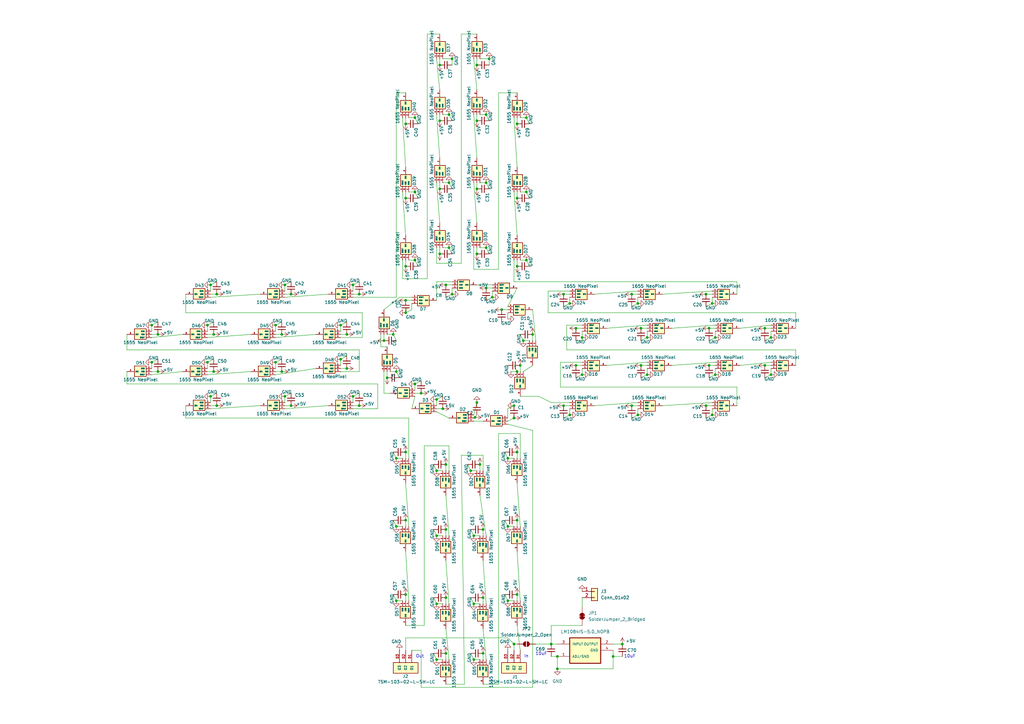
<source format=kicad_sch>
(kicad_sch (version 20250114) (generator "eeschema") (generator_version "9.0")
  (paper "A3")
  (text "In" (at 215.9 269.24 0) (effects (font (size 1.27 1.27))))
  (text "10uF" (at 258.318 269.24 0) (effects (font (size 1.27 1.27))))
  (text "10uF" (at 221.996 268.224 0) (effects (font (size 1.27 1.27))))
  (text "Out\n" (at 172.212 269.24 0) (effects (font (size 1.27 1.27))))
  (junction (at 157.48 139.7))
  (junction (at 213.36 149.86))
  (junction (at 199.39 74.93))
  (junction (at 182.88 217.17))
  (junction (at 231.14 120.65))
  (junction (at 195.58 165.1))
  (junction (at 182.88 267.97))
  (junction (at 139.7 133.35))
  (junction (at 212.09 152.4))
  (junction (at 194.31 219.71))
  (junction (at 113.03 133.35))
  (junction (at 228.6 274.32))
  (junction (at 179.07 247.65))
  (junction (at 316.23 153.67))
  (junction (at 265.43 153.67))
  (junction (at 193.04 193.04))
  (junction (at 262.89 134.62))
  (junction (at 214.63 139.7))
  (junction (at 170.18 106.68))
  (junction (at 212.09 213.36))
  (junction (at 255.27 264.16))
  (junction (at 261.62 170.18))
  (junction (at 292.1 124.46))
  (junction (at 194.31 247.65))
  (junction (at 166.37 109.22))
  (junction (at 115.57 137.16))
  (junction (at 184.15 46.99))
  (junction (at 205.74 127))
  (junction (at 166.37 243.84))
  (junction (at 62.23 148.59))
  (junction (at 86.36 162.56))
  (junction (at 199.39 118.11))
  (junction (at 289.56 120.65))
  (junction (at 196.85 190.5))
  (junction (at 261.62 124.46))
  (junction (at 195.58 49.53))
  (junction (at 198.12 267.97))
  (junction (at 215.9 78.74))
  (junction (at 259.08 166.37))
  (junction (at 87.63 137.16))
  (junction (at 162.56 215.9))
  (junction (at 316.23 138.43))
  (junction (at 88.9 166.37))
  (junction (at 115.57 152.4))
  (junction (at 289.56 166.37))
  (junction (at 166.37 185.42))
  (junction (at 238.76 153.67))
  (junction (at 180.34 26.67))
  (junction (at 208.28 246.38))
  (junction (at 166.37 81.28))
  (junction (at 87.63 152.4))
  (junction (at 158.75 154.94))
  (junction (at 210.82 166.37))
  (junction (at 180.34 49.53))
  (junction (at 184.15 101.6))
  (junction (at 212.09 185.42))
  (junction (at 64.77 137.16))
  (junction (at 194.818 171.196))
  (junction (at 170.18 157.48))
  (junction (at 142.24 151.13))
  (junction (at 179.07 193.04))
  (junction (at 181.61 167.64))
  (junction (at 195.58 104.14))
  (junction (at 290.83 149.86))
  (junction (at 166.37 123.19))
  (junction (at 265.43 138.43))
  (junction (at 198.12 245.11))
  (junction (at 113.03 148.59))
  (junction (at 212.09 81.28))
  (junction (at 119.38 120.65))
  (junction (at 226.06 264.16))
  (junction (at 139.7 147.32))
  (junction (at 212.09 109.22))
  (junction (at 180.34 104.14))
  (junction (at 147.32 166.37))
  (junction (at 208.28 215.9))
  (junction (at 161.29 137.16))
  (junction (at 182.88 116.84))
  (junction (at 180.34 77.47))
  (junction (at 88.9 120.65))
  (junction (at 144.78 162.56))
  (junction (at 185.42 24.13))
  (junction (at 166.37 128.27))
  (junction (at 195.58 77.47))
  (junction (at 212.09 243.84))
  (junction (at 233.68 170.18))
  (junction (at 85.09 148.59))
  (junction (at 64.77 152.4))
  (junction (at 179.07 270.51))
  (junction (at 179.07 219.71))
  (junction (at 172.72 161.29))
  (junction (at 85.09 133.35))
  (junction (at 293.37 153.67))
  (junction (at 119.38 166.37))
  (junction (at 142.24 137.16))
  (junction (at 212.09 50.8))
  (junction (at 199.39 101.6))
  (junction (at 116.84 162.56))
  (junction (at 292.1 170.18))
  (junction (at 170.18 78.74))
  (junction (at 251.46 269.24))
  (junction (at 166.37 50.8))
  (junction (at 162.56 246.38))
  (junction (at 182.88 190.5))
  (junction (at 179.07 163.83))
  (junction (at 198.12 217.17))
  (junction (at 313.69 149.86))
  (junction (at 262.89 149.86))
  (junction (at 116.84 116.84))
  (junction (at 208.28 187.96))
  (junction (at 236.22 134.62))
  (junction (at 238.76 138.43))
  (junction (at 200.66 24.13))
  (junction (at 215.9 48.26))
  (junction (at 182.88 245.11))
  (junction (at 184.15 74.93))
  (junction (at 293.37 138.43))
  (junction (at 199.39 46.99))
  (junction (at 259.08 120.65))
  (junction (at 86.36 116.84))
  (junction (at 210.82 264.16))
  (junction (at 228.6 269.24))
  (junction (at 231.14 166.37))
  (junction (at 170.18 48.26))
  (junction (at 215.9 106.68))
  (junction (at 201.93 121.92))
  (junction (at 166.37 213.36))
  (junction (at 144.78 116.84))
  (junction (at 236.22 149.86))
  (junction (at 210.82 171.45))
  (junction (at 185.42 120.65))
  (junction (at 62.23 133.35))
  (junction (at 233.68 124.46))
  (junction (at 290.83 134.62))
  (junction (at 195.58 26.67))
  (junction (at 162.56 152.4))
  (junction (at 162.56 187.96))
  (junction (at 313.69 134.62))
  (junction (at 218.44 137.16))
  (junction (at 194.31 270.51))
  (junction (at 147.32 120.65))
  (wire (pts (xy 195.58 46.99) (xy 195.58 49.53)))
  (wire (pts (xy 85.09 148.59) (xy 87.63 147.32)))
  (wire (pts (xy 215.9 78.74) (xy 217.17 81.28)))
  (wire (pts (xy 208.28 215.9) (xy 207.01 213.36)))
  (wire (pts (xy 265.43 138.43) (xy 262.89 139.7)))
  (wire (pts (xy 184.15 193.04) (xy 184.15 182.88)))
  (wire (pts (xy 172.72 266.7) (xy 168.91 266.7)))
  (wire (pts (xy 212.09 78.74) (xy 212.09 81.28)))
  (wire (pts (xy 189.23 186.69) (xy 190.5 280.67)))
  (wire (pts (xy 139.7 152.4) (xy 147.32 152.4)))
  (wire (pts (xy 170.18 162.56) (xy 168.91 167.64)))
  (wire (pts (xy 165.1 106.68) (xy 165.1 114.3)))
  (wire (pts (xy 147.32 143.51) (xy 52.07 143.51)))
  (wire (pts (xy 194.31 270.51) (xy 193.04 267.97)))
  (wire (pts (xy 210.82 215.9) (xy 208.28 215.9)))
  (wire (pts (xy 293.37 153.67) (xy 290.83 154.94)))
  (wire (pts (xy 167.64 171.45) (xy 76.2 171.45)))
  (wire (pts (xy 196.85 247.65) (xy 194.31 247.65)))
  (wire (pts (xy 179.07 115.57) (xy 185.42 115.57)))
  (wire (pts (xy 228.6 274.32) (xy 228.6 269.24)))
  (wire (pts (xy 113.03 135.89) (xy 113.03 133.35)))
  (wire (pts (xy 196.85 74.93) (xy 199.39 74.93)))
  (wire (pts (xy 62.23 152.4) (xy 64.77 152.4)))
  (wire (pts (xy 224.79 128.27) (xy 326.39 128.27)))
  (wire (pts (xy 208.28 125.73) (xy 212.09 118.11)))
  (wire (pts (xy 261.62 124.46) (xy 259.08 125.73)))
  (wire (pts (xy 116.84 162.56) (xy 119.38 161.29)))
  (wire (pts (xy 199.39 74.93) (xy 200.66 77.47)))
  (wire (pts (xy 198.12 193.04) (xy 198.12 186.69)))
  (wire (pts (xy 166.37 215.9) (xy 166.37 213.36)))
  (wire (pts (xy 261.62 167.64) (xy 261.62 170.18)))
  (wire (pts (xy 213.36 177.8) (xy 204.47 177.8)))
  (wire (pts (xy 148.59 128.27) (xy 76.2 128.27)))
  (wire (pts (xy 182.88 247.65) (xy 182.88 245.11)))
  (wire (pts (xy 195.58 170.18) (xy 194.818 171.196)))
  (wire (pts (xy 251.46 269.24) (xy 251.46 274.32)))
  (wire (pts (xy 144.78 167.64) (xy 154.94 167.64)))
  (wire (pts (xy 172.72 156.21) (xy 170.18 157.48)))
  (wire (pts (xy 199.39 247.65) (xy 198.12 229.87)))
  (wire (pts (xy 162.56 215.9) (xy 161.29 213.36)))
  (wire (pts (xy 154.94 167.64) (xy 154.94 157.48)))
  (wire (pts (xy 236.22 134.62) (xy 236.22 135.89)))
  (wire (pts (xy 62.23 138.43) (xy 74.93 137.16)))
  (wire (pts (xy 238.76 139.7) (xy 236.22 139.7)))
  (wire (pts (xy 255.27 269.24) (xy 251.46 269.24)))
  (wire (pts (xy 175.26 114.3) (xy 175.26 13.97)))
  (wire (pts (xy 86.36 165.1) (xy 86.36 162.56)))
  (wire (pts (xy 212.09 152.4) (xy 209.55 152.4)))
  (wire (pts (xy 139.7 137.16) (xy 142.24 137.16)))
  (wire (pts (xy 208.28 128.27) (xy 208.28 130.81)))
  (wire (pts (xy 166.37 78.74) (xy 166.37 81.28)))
  (wire (pts (xy 86.36 116.84) (xy 88.9 115.57)))
  (wire (pts (xy 196.85 219.71) (xy 194.31 219.71)))
  (wire (pts (xy 62.23 153.67) (xy 74.93 152.4)))
  (wire (pts (xy 224.79 119.38) (xy 224.79 128.27)))
  (wire (pts (xy 179.07 270.51) (xy 177.8 267.97)))
  (wire (pts (xy 195.58 101.6) (xy 195.58 104.14)))
  (wire (pts (xy 113.03 137.16) (xy 115.57 137.16)))
  (wire (pts (xy 166.37 261.62) (xy 166.37 266.7)))
  (wire (pts (xy 116.84 167.64) (xy 134.62 166.37)))
  (wire (pts (xy 154.94 157.48) (xy 52.07 157.48)))
  (wire (pts (xy 62.23 148.59) (xy 64.77 147.32)))
  (wire (pts (xy 232.41 133.35) (xy 232.41 143.51)))
  (wire (pts (xy 179.07 166.37) (xy 179.07 163.83)))
  (wire (pts (xy 170.18 78.74) (xy 171.45 81.28)))
  (wire (pts (xy 181.61 74.93) (xy 184.15 74.93)))
  (wire (pts (xy 293.37 149.86) (xy 290.83 149.86)))
  (wire (pts (xy 144.78 165.1) (xy 144.78 162.56)))
  (wire (pts (xy 147.32 152.4) (xy 147.32 143.51)))
  (wire (pts (xy 85.09 138.43) (xy 102.87 137.16)))
  (wire (pts (xy 213.36 215.9) (xy 212.09 198.12)))
  (wire (pts (xy 113.03 151.13) (xy 113.03 148.59)))
  (wire (pts (xy 144.78 120.65) (xy 147.32 120.65)))
  (wire (pts (xy 238.76 134.62) (xy 236.22 134.62)))
  (wire (pts (xy 201.93 119.38) (xy 201.93 121.92)))
  (wire (pts (xy 182.88 193.04) (xy 182.88 190.5)))
  (wire (pts (xy 167.64 48.26) (xy 170.18 48.26)))
  (wire (pts (xy 292.1 167.64) (xy 292.1 170.18)))
  (wire (pts (xy 238.76 149.86) (xy 236.22 149.86)))
  (wire (pts (xy 208.28 187.96) (xy 207.01 185.42)))
  (wire (pts (xy 226.06 256.54) (xy 226.06 264.16)))
  (wire (pts (xy 261.62 119.38) (xy 243.84 120.65)))
  (wire (pts (xy 293.37 148.59) (xy 275.59 149.86)))
  (wire (pts (xy 210.82 246.38) (xy 208.28 246.38)))
  (wire (pts (xy 208.28 127) (xy 205.74 127)))
  (wire (pts (xy 229.87 148.59) (xy 229.87 158.75)))
  (wire (pts (xy 213.36 246.38) (xy 212.09 226.06)))
  (wire (pts (xy 166.37 128.27) (xy 168.91 127)))
  (wire (pts (xy 85.09 133.35) (xy 87.63 132.08)))
  (wire (pts (xy 85.09 151.13) (xy 85.09 148.59)))
  (wire (pts (xy 195.58 74.93) (xy 195.58 77.47)))
  (wire (pts (xy 139.7 138.43) (xy 148.59 138.43)))
  (wire (pts (xy 85.09 137.16) (xy 87.63 137.16)))
  (wire (pts (xy 193.04 193.04) (xy 191.77 190.5)))
  (wire (pts (xy 168.91 123.19) (xy 166.37 123.19)))
  (wire (pts (xy 52.07 143.51) (xy 52.07 137.16)))
  (wire (pts (xy 165.1 215.9) (xy 162.56 215.9)))
  (wire (pts (xy 139.7 133.35) (xy 142.24 132.08)))
  (wire (pts (xy 233.68 120.65) (xy 231.14 120.65)))
  (wire (pts (xy 179.07 193.04) (xy 177.8 190.5)))
  (wire (pts (xy 168.91 121.92) (xy 163.83 121.92)))
  (wire (pts (xy 179.07 74.93) (xy 180.34 91.44)))
  (wire (pts (xy 238.76 148.59) (xy 229.87 148.59)))
  (wire (pts (xy 85.09 152.4) (xy 87.63 152.4)))
  (wire (pts (xy 184.15 270.51) (xy 182.88 257.81)))
  (wire (pts (xy 184.15 46.99) (xy 185.42 49.53)))
  (wire (pts (xy 204.47 177.8) (xy 204.47 280.67)))
  (wire (pts (xy 62.23 151.13) (xy 62.23 148.59)))
  (wire (pts (xy 185.42 120.65) (xy 182.88 121.92)))
  (wire (pts (xy 189.23 107.95) (xy 189.23 13.97)))
  (wire (pts (xy 86.36 119.38) (xy 86.36 116.84)))
  (wire (pts (xy 184.15 182.88) (xy 173.99 182.88)))
  (wire (pts (xy 208.28 261.62) (xy 166.37 261.62)))
  (wire (pts (xy 198.12 219.71) (xy 198.12 217.17)))
  (wire (pts (xy 292.1 166.37) (xy 289.56 166.37)))
  (wire (pts (xy 139.7 135.89) (xy 139.7 133.35)))
  (wire (pts (xy 212.09 215.9) (xy 212.09 213.36)))
  (wire (pts (xy 198.12 270.51) (xy 198.12 267.97)))
  (wire (pts (xy 293.37 151.13) (xy 293.37 153.67)))
  (wire (pts (xy 204.47 38.1) (xy 212.09 38.1)))
  (wire (pts (xy 139.7 147.32) (xy 142.24 146.05)))
  (wire (pts (xy 210.82 115.57) (xy 302.26 115.57)))
  (wire (pts (xy 116.84 165.1) (xy 116.84 162.56)))
  (wire (pts (xy 210.82 187.96) (xy 208.28 187.96)))
  (wire (pts (xy 261.62 165.1) (xy 243.84 166.37)))
  (wire (pts (xy 194.31 101.6) (xy 194.31 110.49)))
  (wire (pts (xy 199.39 270.51) (xy 198.12 257.81)))
  (wire (pts (xy 316.23 149.86) (xy 313.69 149.86)))
  (wire (pts (xy 316.23 133.35) (xy 303.53 134.62)))
  (wire (pts (xy 201.93 121.92) (xy 199.39 123.19)))
  (wire (pts (xy 194.31 74.93) (xy 195.58 91.44)))
  (wire (pts (xy 218.44 139.7) (xy 218.44 137.16)))
  (wire (pts (xy 210.82 48.26) (xy 212.09 68.58)))
  (wire (pts (xy 233.68 166.37) (xy 231.14 166.37)))
  (wire (pts (xy 194.31 171.45) (xy 194.818 171.196)))
  (wire (pts (xy 184.15 101.6) (xy 185.42 104.14)))
  (wire (pts (xy 181.61 219.71) (xy 179.07 219.71)))
  (wire (pts (xy 167.64 187.96) (xy 167.64 171.45)))
  (wire (pts (xy 148.59 138.43) (xy 148.59 128.27)))
  (wire (pts (xy 214.63 139.7) (xy 213.36 137.16)))
  (wire (pts (xy 316.23 151.13) (xy 316.23 153.67)))
  (wire (pts (xy 198.12 186.69) (xy 189.23 186.69)))
  (wire (pts (xy 248.92 134.62) (xy 265.43 133.35)))
  (wire (pts (xy 166.37 106.68) (xy 166.37 109.22)))
  (wire (pts (xy 238.76 256.54) (xy 226.06 256.54)))
  (wire (pts (xy 302.26 158.75) (xy 302.26 166.37)))
  (wire (pts (xy 195.58 193.04) (xy 193.04 193.04)))
  (wire (pts (xy 158.75 137.16) (xy 161.29 137.16)))
  (wire (pts (xy 62.23 135.89) (xy 62.23 133.35)))
  (wire (pts (xy 217.17 139.7) (xy 214.63 139.7)))
  (wire (pts (xy 179.07 24.13) (xy 180.34 36.83)))
  (wire (pts (xy 144.78 116.84) (xy 147.32 115.57)))
  (wire (pts (xy 213.36 78.74) (xy 215.9 78.74)))
  (wire (pts (xy 170.18 161.29) (xy 172.72 161.29)))
  (wire (pts (xy 113.03 153.67) (xy 129.54 151.13)))
  (wire (pts (xy 233.68 121.92) (xy 233.68 124.46)))
  (wire (pts (xy 213.36 187.96) (xy 213.36 177.8)))
  (wire (pts (xy 212.09 246.38) (xy 212.09 243.84)))
  (wire (pts (xy 144.78 166.37) (xy 147.32 166.37)))
  (wire (pts (xy 184.15 219.71) (xy 182.88 203.2)))
  (wire (pts (xy 238.76 138.43) (xy 238.76 139.7)))
  (wire (pts (xy 293.37 133.35) (xy 275.59 134.62)))
  (wire (pts (xy 226.06 264.16) (xy 228.6 264.16)))
  (wire (pts (xy 292.1 120.65) (xy 289.56 120.65)))
  (wire (pts (xy 218.44 176.53) (xy 218.44 281.94)))
  (wire (pts (xy 180.34 74.93) (xy 180.34 77.47)))
  (wire (pts (xy 261.62 120.65) (xy 259.08 120.65)))
  (wire (pts (xy 180.34 24.13) (xy 180.34 26.67)))
  (wire (pts (xy 182.88 219.71) (xy 182.88 217.17)))
  (wire (pts (xy 182.88 270.51) (xy 182.88 267.97)))
  (wire (pts (xy 113.03 152.4) (xy 115.57 152.4)))
  (wire (pts (xy 251.46 274.32) (xy 228.6 274.32)))
  (wire (pts (xy 162.56 38.1) (xy 166.37 38.1)))
  (wire (pts (xy 86.36 120.65) (xy 88.9 120.65)))
  (wire (pts (xy 184.15 74.93) (xy 185.42 77.47)))
  (wire (pts (xy 212.09 106.68) (xy 212.09 109.22)))
  (wire (pts (xy 194.31 219.71) (xy 193.04 217.17)))
  (wire (pts (xy 76.2 171.45) (xy 76.2 166.37)))
  (wire (pts (xy 167.64 106.68) (xy 170.18 106.68)))
  (wire (pts (xy 292.1 124.46) (xy 289.56 125.73)))
  (wire (pts (xy 208.28 171.45) (xy 208.28 167.64)))
  (wire (pts (xy 181.61 46.99) (xy 184.15 46.99)))
  (wire (pts (xy 210.82 264.16) (xy 212.09 264.16)))
  (wire (pts (xy 144.78 119.38) (xy 144.78 116.84)))
  (wire (pts (xy 181.61 101.6) (xy 184.15 101.6)))
  (wire (pts (xy 62.23 137.16) (xy 64.77 137.16)))
  (wire (pts (xy 215.9 48.26) (xy 217.17 50.8)))
  (wire (pts (xy 162.56 187.96) (xy 161.29 185.42)))
  (wire (pts (xy 316.23 138.43) (xy 313.69 139.7)))
  (wire (pts (xy 85.09 153.67) (xy 102.87 152.4)))
  (wire (pts (xy 215.9 106.68) (xy 217.17 109.22)))
  (wire (pts (xy 172.72 266.7) (xy 172.72 281.94)))
  (wire (pts (xy 218.44 281.94) (xy 172.72 281.94)))
  (wire (pts (xy 261.62 166.37) (xy 259.08 166.37)))
  (wire (pts (xy 265.43 134.62) (xy 262.89 134.62)))
  (wire (pts (xy 196.85 270.51) (xy 194.31 270.51)))
  (wire (pts (xy 238.76 135.89) (xy 238.76 138.43)))
  (wire (pts (xy 144.78 121.92) (xy 162.56 121.92)))
  (wire (pts (xy 163.83 121.92) (xy 157.48 127)))
  (wire (pts (xy 62.23 133.35) (xy 64.77 132.08)))
  (wire (pts (xy 144.78 162.56) (xy 147.32 161.29)))
  (wire (pts (xy 166.37 128.27) (xy 167.005 126.365)))
  (wire (pts (xy 181.61 247.65) (xy 179.07 247.65)))
  (wire (pts (xy 233.68 124.46) (xy 231.14 125.73)))
  (wire (pts (xy 113.03 138.43) (xy 129.54 137.16)))
  (wire (pts (xy 185.42 116.84) (xy 182.88 116.84)))
  (wire (pts (xy 189.23 13.97) (xy 195.58 13.97)))
  (wire (pts (xy 194.31 247.65) (xy 193.04 245.11)))
  (wire (pts (xy 173.99 182.88) (xy 173.99 256.54)))
  (wire (pts (xy 162.56 246.38) (xy 161.29 243.84)))
  (wire (pts (xy 229.87 158.75) (xy 302.26 158.75)))
  (wire (pts (xy 181.61 193.04) (xy 179.07 193.04)))
  (wire (pts (xy 226.06 165.1) (xy 220.98 162.56)))
  (wire (pts (xy 157.48 161.29) (xy 160.02 161.29)))
  (wire (pts (xy 190.5 280.67) (xy 182.88 280.67)))
  (wire (pts (xy 265.43 153.67) (xy 262.89 154.94)))
  (wire (pts (xy 162.56 152.4) (xy 163.83 154.94)))
  (wire (pts (xy 179.07 107.95) (xy 189.23 107.95)))
  (wire (pts (xy 233.68 167.64) (xy 233.68 170.18)))
  (wire (pts (xy 265.43 148.59) (xy 248.92 149.86)))
  (wire (pts (xy 116.84 116.84) (xy 119.38 115.57)))
  (wire (pts (xy 165.1 246.38) (xy 162.56 246.38)))
  (wire (pts (xy 194.31 170.18) (xy 195.58 165.1)))
  (wire (pts (xy 214.63 152.4) (xy 218.44 149.86)))
  (wire (pts (xy 326.39 128.27) (xy 326.39 134.62)))
  (wire (pts (xy 157.48 139.7) (xy 157.48 137.16)))
  (wire (pts (xy 162.56 121.92) (xy 162.56 38.1)))
  (wire (pts (xy 167.64 246.38) (xy 166.37 226.06)))
  (wire (pts (xy 210.82 264.16) (xy 208.28 261.62)))
  (wire (pts (xy 210.82 78.74) (xy 212.09 96.52)))
  (wire (pts (xy 194.31 110.49) (xy 204.47 110.49)))
  (wire (pts (xy 232.41 143.51) (xy 326.39 143.51)))
  (wire (pts (xy 226.06 269.24) (xy 228.6 269.24)))
  (wire (pts (xy 113.03 148.59) (xy 115.57 147.32)))
  (wire (pts (xy 238.76 151.13) (xy 238.76 153.67)))
  (wire (pts (xy 265.43 151.13) (xy 265.43 153.67)))
  (wire (pts (xy 210.82 266.7) (xy 210.82 264.16)))
  (wire (pts (xy 116.84 119.38) (xy 116.84 116.84)))
  (wire (pts (xy 219.71 264.16) (xy 226.06 264.16)))
  (wire (pts (xy 179.07 46.99) (xy 180.34 64.77)))
  (wire (pts (xy 113.03 133.35) (xy 115.57 132.08)))
  (wire (pts (xy 292.1 119.38) (xy 271.78 120.65)))
  (wire (pts (xy 233.68 165.1) (xy 226.06 165.1)))
  (wire (pts (xy 179.07 167.64) (xy 181.61 167.64)))
  (wire (pts (xy 86.36 167.64) (xy 106.68 166.37)))
  (wire (pts (xy 185.42 118.11) (xy 185.42 120.65)))
  (wire (pts (xy 212.09 187.96) (xy 212.09 185.42)))
  (wire (pts (xy 156.21 142.24) (xy 158.75 142.24)))
  (wire (pts (xy 293.37 135.89) (xy 293.37 138.43)))
  (wire (pts (xy 292.1 121.92) (xy 292.1 124.46)))
  (wire (pts (xy 158.75 152.4) (xy 158.75 154.94)))
  (wire (pts (xy 116.84 166.37) (xy 119.38 166.37)))
  (wire (pts (xy 201.93 116.84) (xy 195.58 116.84)))
  (wire (pts (xy 161.29 137.16) (xy 162.56 139.7)))
  (wire (pts (xy 85.09 135.89) (xy 85.09 133.35)))
  (wire (pts (xy 116.84 121.92) (xy 134.62 120.65)))
  (wire (pts (xy 181.61 24.13) (xy 185.42 24.13)))
  (wire (pts (xy 238.76 245.11) (xy 238.76 248.92)))
  (wire (pts (xy 160.02 152.4) (xy 162.56 152.4)))
  (wire (pts (xy 204.47 280.67) (xy 198.12 280.67)))
  (wire (pts (xy 179.07 168.91) (xy 184.15 171.45)))
  (wire (pts (xy 170.18 160.02) (xy 170.18 157.48)))
  (wire (pts (xy 213.36 266.7) (xy 212.09 256.54)))
  (wire (pts (xy 233.68 170.18) (xy 231.14 171.45)))
  (wire (pts (xy 157.48 152.4) (xy 157.48 161.29)))
  (wire (pts (xy 196.85 46.99) (xy 199.39 46.99)))
  (wire (pts (xy 165.1 114.3) (xy 175.26 114.3)))
  (wire (pts (xy 261.62 121.92) (xy 261.62 124.46)))
  (wire (pts (xy 179.07 247.65) (xy 177.8 245.11)))
  (wire (pts (xy 86.36 162.56) (xy 88.9 161.29)))
  (wire (pts (xy 316.23 135.89) (xy 316.23 138.43)))
  (wire (pts (xy 292.1 170.18) (xy 289.56 171.45)))
  (wire (pts (xy 238.76 133.35) (xy 232.41 133.35)))
  (wire (pts (xy 167.64 215.9) (xy 166.37 198.12)))
  (wire (pts (xy 219.71 139.7) (xy 218.44 127)))
  (wire (pts (xy 167.64 78.74) (xy 170.18 78.74)))
  (wire (pts (xy 255.27 264.16) (xy 251.46 264.16)))
  (wire (pts (xy 213.36 152.4) (xy 213.36 149.86)))
  (wire (pts (xy 199.39 219.71) (xy 196.85 203.2)))
  (wire (pts (xy 194.31 24.13) (xy 195.58 36.83)))
  (wire (pts (xy 52.07 157.48) (xy 52.07 152.4)))
  (wire (pts (xy 180.34 46.99) (xy 180.34 49.53)))
  (wire (pts (xy 86.36 121.92) (xy 106.68 120.65)))
  (wire (pts (xy 180.34 101.6) (xy 180.34 104.14)))
  (wire (pts (xy 196.85 193.04) (xy 196.85 190.5)))
  (wire (pts (xy 210.82 106.68) (xy 210.82 115.57)))
  (wire (pts (xy 251.46 266.7) (xy 251.46 269.24)))
  (wire (pts (xy 165.1 187.96) (xy 162.56 187.96)))
  (wire (pts (xy 233.68 119.38) (xy 224.79 119.38)))
  (wire (pts (xy 261.62 170.18) (xy 259.08 171.45)))
  (wire (pts (xy 181.61 270.51) (xy 179.07 270.51)))
  (wire (pts (xy 170.18 48.26) (xy 171.45 50.8)))
  (wire (pts (xy 213.36 48.26) (xy 215.9 48.26)))
  (wire (pts (xy 265.43 135.89) (xy 265.43 138.43)))
  (wire (pts (xy 173.99 256.54) (xy 166.37 256.54)))
  (wire (pts (xy 166.37 187.96) (xy 166.37 185.42)))
  (wire (pts (xy 212.09 48.26) (xy 212.09 50.8)))
  (wire (pts (xy 156.21 137.16) (xy 156.21 142.24)))
  (wire (pts (xy 195.58 24.13) (xy 195.58 26.67)))
  (wire (pts (xy 179.07 101.6) (xy 179.07 107.95)))
  (wire (pts (xy 292.1 165.1) (xy 271.78 166.37)))
  (wire (pts (xy 198.12 247.65) (xy 198.12 245.11)))
  (wire (pts (xy 139.7 149.86) (xy 139.7 147.32)))
  (wire (pts (xy 165.1 78.74) (xy 166.37 96.52)))
  (wire (pts (xy 175.26 13.97) (xy 180.34 13.97)))
  (wire (pts (xy 199.39 101.6) (xy 200.66 104.14)))
  (wire (pts (xy 199.39 46.99) (xy 200.66 49.53)))
  (wire (pts (xy 200.66 24.13) (xy 200.66 26.67)))
  (wire (pts (xy 76.2 128.27) (xy 76.2 120.65)))
  (wire (pts (xy 316.23 134.62) (xy 313.69 134.62)))
  (wire (pts (xy 293.37 134.62) (xy 290.83 134.62)))
  (wire (pts (xy 210.82 149.86) (xy 212.09 152.4)))
  (wire (pts (xy 326.39 143.51) (xy 326.39 149.86)))
  (wire (pts (xy 165.1 48.26) (xy 166.37 68.58)))
  (wire (pts (xy 196.85 24.13) (xy 200.66 24.13)))
  (wire (pts (xy 213.36 106.68) (xy 215.9 106.68)))
  (wire (pts (xy 208.28 172.72) (xy 210.82 171.45)))
  (wire (pts (xy 208.28 173.99) (xy 218.44 176.53)))
  (wire (pts (xy 166.37 246.38) (xy 166.37 243.84)))
  (wire (pts (xy 196.85 101.6) (xy 199.39 101.6)))
  (wire (pts (xy 238.76 153.67) (xy 236.22 154.94)))
  (wire (pts (xy 316.23 148.59) (xy 303.53 149.86)))
  (wire (pts (xy 179.07 163.83) (xy 181.61 162.56)))
  (wire (pts (xy 208.28 246.38) (xy 207.01 243.84)))
  (wire (pts (xy 86.36 166.37) (xy 88.9 166.37)))
  (wire (pts (xy 265.43 149.86) (xy 262.89 149.86)))
  (wire (pts (xy 166.37 48.26) (xy 166.37 50.8)))
  (wire (pts (xy 316.23 153.67) (xy 313.69 154.94)))
  (wire (pts (xy 204.47 110.49) (xy 204.47 38.1)))
  (wire (pts (xy 198.12 172.72) (xy 194.31 172.72)))
  (wire (pts (xy 194.31 46.99) (xy 195.58 64.77)))
  (wire (pts (xy 293.37 138.43) (xy 290.83 139.7)))
  (wire (pts (xy 179.07 219.71) (xy 177.8 217.17)))
  (wire (pts (xy 116.84 120.65) (xy 119.38 120.65)))
  (wire (pts (xy 170.18 106.68) (xy 171.45 109.22)))
  (wire (pts (xy 208.28 167.64) (xy 210.82 166.37)))
  (wire (pts (xy 184.15 247.65) (xy 182.88 229.87)))
  (wire (pts (xy 201.93 118.11) (xy 199.39 118.11)))
  (wire (pts (xy 139.7 151.13) (xy 142.24 151.13)))
  (wire (pts (xy 168.91 124.46) (xy 168.91 127)))
  (wire (pts (xy 220.98 162.56) (xy 213.36 162.56)))
  (wire (pts (xy 185.42 24.13) (xy 185.42 26.67)))
  (wire (pts (xy 302.26 115.57) (xy 302.26 120.65)))
  (wire (pts (xy 179.07 115.57) (xy 179.07 123.19)))
  (symbol (lib_id "Device:C_Small") (at 181.61 165.1 0) (unit 1)
    (property "Reference" "C3" (at 184.658 163.322 0) (effects (justify right)))
    (property "Value" "C_Small" (effects (hide yes)))
    (property "Footprint" "CustomParts:CAPC220145_88N_KEM" (effects (hide yes)))
    (property "Description" "Unpolarized capacitor, small symbol" (effects (hide yes)))
  )
  (symbol (lib_id "CustomParts:1655") (at 266.7 156.21 180) (unit 1)
    (property "Reference" "D17" (at 270.002 153.416 0))
    (property "Value" "1655 NeoPixel" (at 270.002 146.558 0))
    (property "Footprint" "CustomParts:LED_1655" (effects (hide yes)))
    (property "Description" "https://cdn-shop.adafruit.com/product-files/1655/SKC6812RV__12VOP0274E_REV.A1_EN%2812%29.pdf" (effects (hide yes)))
    (property "PARTREV" "01" (effects (hide yes)))
    (property "MANUFACTURER" "Adafruit Industries" (effects (hide yes)))
    (property "MAXIMUM_PACKAGE_HEIGHT" "1.6 mm" (effects (hide yes)))
    (property "STANDARD" "Manufacturer recommendations" (effects (hide yes)))
  )
  (symbol (lib_id "power:+5V") (at 313.69 149.86 90) (unit 1)
    (property "Reference" "#PWR030" (effects (hide yes)))
    (property "Value" "+5V" (at 311.658 150.622 90) (effects (justify left)))
    (property "Description" "Power symbol creates a global label with name \"+5V\"" (effects (hide yes)))
  )
  (symbol (lib_id "Device:C_Small") (at 160.02 139.7 90) (unit 1)
    (property "Reference" "C6" (at 161.798 141.986 0) (effects (justify left)))
    (property "Value" "C_Small" (effects (hide yes)))
    (property "Footprint" "CustomParts:CAPC220145_88N_KEM" (effects (hide yes)))
    (property "Description" "Unpolarized capacitor, small symbol" (effects (hide yes)))
  )
  (symbol (lib_id "power:+5V") (at 142.24 137.16 270) (unit 1)
    (property "Reference" "#PWR078" (effects (hide yes)))
    (property "Value" "+5V" (at 144.272 136.398 90) (effects (justify left)))
    (property "Description" "Power symbol creates a global label with name \"+5V\"" (effects (hide yes)))
  )
  (symbol (lib_id "Device:C_Small") (at 172.72 158.75 180) (unit 1)
    (property "Reference" "C4" (at 174.244 156.972 0) (effects (justify right)))
    (property "Value" "C_Small" (effects (hide yes)))
    (property "Footprint" "CustomParts:CAPC220145_88N_KEM" (effects (hide yes)))
    (property "Description" "Unpolarized capacitor, small symbol" (effects (hide yes)))
  )
  (symbol (lib_id "power:GND") (at 199.39 46.99 180) (unit 1)
    (property "Reference" "#PWR068" (effects (hide yes)))
    (property "Value" "GND" (at 201.168 49.784 90) (effects (justify right)))
    (property "Description" "Power symbol creates a global label with name \"GND\" , ground" (effects (hide yes)))
  )
  (symbol (lib_id "power:GND") (at 194.31 247.65 0) (unit 1)
    (property "Reference" "#PWR0127" (effects (hide yes)))
    (property "Value" "GND" (at 192.532 244.856 90) (effects (justify right)))
    (property "Description" "Power symbol creates a global label with name \"GND\" , ground" (effects (hide yes)))
  )
  (symbol (lib_id "Device:C_Small") (at 163.83 243.84 270) (unit 1)
    (property "Reference" "C57" (at 162.052 242.316 0) (effects (justify right)))
    (property "Value" "C_Small" (effects (hide yes)))
    (property "Footprint" "CustomParts:CAPC220145_88N_KEM" (effects (hide yes)))
    (property "Description" "Unpolarized capacitor, small symbol" (effects (hide yes)))
  )
  (symbol (lib_id "power:GND") (at 162.56 215.9 0) (unit 1)
    (property "Reference" "#PWR0116" (effects (hide yes)))
    (property "Value" "GND" (at 160.782 213.106 90) (effects (justify right)))
    (property "Description" "Power symbol creates a global label with name \"GND\" , ground" (effects (hide yes)))
  )
  (symbol (lib_id "power:GND") (at 316.23 153.67 90) (unit 1)
    (property "Reference" "#PWR029" (effects (hide yes)))
    (property "Value" "GND" (at 313.436 155.448 90) (effects (justify right)))
    (property "Description" "Power symbol creates a global label with name \"GND\" , ground" (effects (hide yes)))
  )
  (symbol (lib_id "Device:C_Small") (at 180.34 245.11 270) (unit 1)
    (property "Reference" "C60" (at 178.562 243.586 0) (effects (justify right)))
    (property "Value" "C_Small" (effects (hide yes)))
    (property "Footprint" "CustomParts:CAPC220145_88N_KEM" (effects (hide yes)))
    (property "Description" "Unpolarized capacitor, small symbol" (effects (hide yes)))
  )
  (symbol (lib_id "power:+5V") (at 195.58 49.53 180) (unit 1)
    (property "Reference" "#PWR064" (effects (hide yes)))
    (property "Value" "+5V" (at 196.342 51.562 90) (effects (justify left)))
    (property "Description" "Power symbol creates a global label with name \"+5V\"" (effects (hide yes)))
  )
  (symbol (lib_id "Device:C_Small") (at 290.83 137.16 0) (unit 1)
    (property "Reference" "C22" (at 289.306 138.938 0) (effects (justify right)))
    (property "Value" "C_Small" (effects (hide yes)))
    (property "Footprint" "CustomParts:CAPC220145_88N_KEM" (effects (hide yes)))
    (property "Description" "Unpolarized capacitor, small symbol" (effects (hide yes)))
  )
  (symbol (lib_id "Device:C_Small") (at 119.38 163.83 180) (unit 1)
    (property "Reference" "C53" (at 120.904 162.052 0) (effects (justify right)))
    (property "Value" "C_Small" (effects (hide yes)))
    (property "Footprint" "CustomParts:CAPC220145_88N_KEM" (effects (hide yes)))
    (property "Description" "Unpolarized capacitor, small symbol" (effects (hide yes)))
  )
  (symbol (lib_id "Device:C_Small") (at 226.06 266.7 0) (unit 1)
    (property "Reference" "C69" (at 223.52 266.192 0) (effects (justify right)))
    (property "Value" "C_Small" (effects (hide yes)))
    (property "Footprint" "CustomParts:RESC3216X125N" (effects (hide yes)))
    (property "Description" "Unpolarized capacitor, small symbol" (effects (hide yes)))
  )
  (symbol (lib_id "power:GND") (at 193.04 193.04 0) (unit 1)
    (property "Reference" "#PWR0111" (effects (hide yes)))
    (property "Value" "GND" (at 191.262 190.246 90) (effects (justify right)))
    (property "Description" "Power symbol creates a global label with name \"GND\" , ground" (effects (hide yes)))
  )
  (symbol (lib_id "power:+5V") (at 119.38 120.65 270) (unit 1)
    (property "Reference" "#PWR082" (effects (hide yes)))
    (property "Value" "+5V" (at 121.412 119.888 90) (effects (justify left)))
    (property "Description" "Power symbol creates a global label with name \"+5V\"" (effects (hide yes)))
  )
  (symbol (lib_id "CustomParts:1655") (at 160.02 247.65 90) (unit 1)
    (property "Reference" "D57" (at 162.814 250.952 0))
    (property "Value" "1655 NeoPixel" (at 169.672 250.952 0))
    (property "Footprint" "CustomParts:LED_1655" (effects (hide yes)))
    (property "Description" "https://cdn-shop.adafruit.com/product-files/1655/SKC6812RV__12VOP0274E_REV.A1_EN%2812%29.pdf" (effects (hide yes)))
    (property "PARTREV" "01" (effects (hide yes)))
    (property "MANUFACTURER" "Adafruit Industries" (effects (hide yes)))
    (property "MAXIMUM_PACKAGE_HEIGHT" "1.6 mm" (effects (hide yes)))
    (property "STANDARD" "Manufacturer recommendations" (effects (hide yes)))
  )
  (symbol (lib_id "CustomParts:1655") (at 207.01 166.37 0) (unit 1)
    (property "Reference" "D1" (at 203.708 169.164 0))
    (property "Value" "1655 NeoPixel" (effects (hide yes)))
    (property "Footprint" "CustomParts:LED_1655" (effects (hide yes)))
    (property "Description" "https://cdn-shop.adafruit.com/product-files/1655/SKC6812RV__12VOP0274E_REV.A1_EN%2812%29.pdf" (effects (hide yes)))
    (property "PARTREV" "01" (effects (hide yes)))
    (property "MANUFACTURER" "Adafruit Industries" (effects (hide yes)))
    (property "MAXIMUM_PACKAGE_HEIGHT" "1.6 mm" (effects (hide yes)))
    (property "STANDARD" "Manufacturer recommendations" (effects (hide yes)))
  )
  (symbol (lib_id "CustomParts:1655") (at 176.53 194.31 90) (unit 1)
    (property "Reference" "D58" (at 179.324 197.612 0))
    (property "Value" "1655 NeoPixel" (at 186.182 197.612 0))
    (property "Footprint" "CustomParts:LED_1655" (effects (hide yes)))
    (property "Description" "https://cdn-shop.adafruit.com/product-files/1655/SKC6812RV__12VOP0274E_REV.A1_EN%2812%29.pdf" (effects (hide yes)))
    (property "PARTREV" "01" (effects (hide yes)))
    (property "MANUFACTURER" "Adafruit Industries" (effects (hide yes)))
    (property "MAXIMUM_PACKAGE_HEIGHT" "1.6 mm" (effects (hide yes)))
    (property "STANDARD" "Manufacturer recommendations" (effects (hide yes)))
  )
  (symbol (lib_id "CustomParts:1655") (at 186.69 73.66 270) (unit 1)
    (property "Reference" "D35" (at 183.896 70.358 0))
    (property "Value" "1655 NeoPixel" (at 177.038 70.358 0))
    (property "Footprint" "CustomParts:LED_1655" (effects (hide yes)))
    (property "Description" "https://cdn-shop.adafruit.com/product-files/1655/SKC6812RV__12VOP0274E_REV.A1_EN%2812%29.pdf" (effects (hide yes)))
    (property "PARTREV" "01" (effects (hide yes)))
    (property "MANUFACTURER" "Adafruit Industries" (effects (hide yes)))
    (property "MAXIMUM_PACKAGE_HEIGHT" "1.6 mm" (effects (hide yes)))
    (property "STANDARD" "Manufacturer recommendations" (effects (hide yes)))
  )
  (symbol (lib_id "CustomParts:1655") (at 201.93 22.86 270) (unit 1)
    (property "Reference" "D33" (at 199.136 19.558 0))
    (property "Value" "1655 NeoPixel" (at 192.278 19.558 0))
    (property "Footprint" "CustomParts:LED_1655" (effects (hide yes)))
    (property "Description" "https://cdn-shop.adafruit.com/product-files/1655/SKC6812RV__12VOP0274E_REV.A1_EN%2812%29.pdf" (effects (hide yes)))
    (property "PARTREV" "01" (effects (hide yes)))
    (property "MANUFACTURER" "Adafruit Industries" (effects (hide yes)))
    (property "MAXIMUM_PACKAGE_HEIGHT" "1.6 mm" (effects (hide yes)))
    (property "STANDARD" "Manufacturer recommendations" (effects (hide yes)))
  )
  (symbol (lib_id "power:GND") (at 195.58 165.1 180) (unit 1)
    (property "Reference" "#PWR03" (effects (hide yes)))
    (property "Value" "GND" (at 195.58 160.02 0))
    (property "Description" "Power symbol creates a global label with name \"GND\" , ground" (effects (hide yes)))
  )
  (symbol (lib_id "power:GND") (at 194.31 219.71 0) (unit 1)
    (property "Reference" "#PWR0119" (effects (hide yes)))
    (property "Value" "GND" (at 192.532 216.916 90) (effects (justify right)))
    (property "Description" "Power symbol creates a global label with name \"GND\" , ground" (effects (hide yes)))
  )
  (symbol (lib_id "Device:C_Small") (at 195.58 245.11 270) (unit 1)
    (property "Reference" "C64" (at 193.802 243.586 0) (effects (justify right)))
    (property "Value" "C_Small" (effects (hide yes)))
    (property "Footprint" "CustomParts:CAPC220145_88N_KEM" (effects (hide yes)))
    (property "Description" "Unpolarized capacitor, small symbol" (effects (hide yes)))
  )
  (symbol (lib_id "Device:C_Small") (at 166.37 125.73 0) (unit 1)
    (property "Reference" "C7" (at 164.846 125.476 0) (effects (justify right)))
    (property "Value" "C_Small" (effects (hide yes)))
    (property "Footprint" "CustomParts:CAPC220145_88N_KEM" (effects (hide yes)))
    (property "Description" "Unpolarized capacitor, small symbol" (effects (hide yes)))
  )
  (symbol (lib_id "Device:C_Small") (at 231.14 168.91 0) (unit 1)
    (property "Reference" "C13" (at 229.616 170.688 0) (effects (justify right)))
    (property "Value" "C_Small" (effects (hide yes)))
    (property "Footprint" "CustomParts:CAPC220145_88N_KEM" (effects (hide yes)))
    (property "Description" "Unpolarized capacitor, small symbol" (effects (hide yes)))
  )
  (symbol (lib_id "power:GND") (at 144.78 162.56 270) (unit 1)
    (property "Reference" "#PWR075" (effects (hide yes)))
    (property "Value" "GND" (at 147.574 160.782 90) (effects (justify right)))
    (property "Description" "Power symbol creates a global label with name \"GND\" , ground" (effects (hide yes)))
  )
  (symbol (lib_id "CustomParts:1655") (at 234.95 127 180) (unit 1)
    (property "Reference" "D24" (at 238.252 124.206 0))
    (property "Value" "1655 NeoPixel" (at 238.252 117.348 0))
    (property "Footprint" "CustomParts:LED_1655" (effects (hide yes)))
    (property "Description" "https://cdn-shop.adafruit.com/product-files/1655/SKC6812RV__12VOP0274E_REV.A1_EN%2812%29.pdf" (effects (hide yes)))
    (property "PARTREV" "01" (effects (hide yes)))
    (property "MANUFACTURER" "Adafruit Industries" (effects (hide yes)))
    (property "MAXIMUM_PACKAGE_HEIGHT" "1.6 mm" (effects (hide yes)))
    (property "STANDARD" "Manufacturer recommendations" (effects (hide yes)))
  )
  (symbol (lib_id "CustomParts:1655") (at 218.44 46.99 270) (unit 1)
    (property "Reference" "D29" (at 215.646 43.688 0))
    (property "Value" "1655 NeoPixel" (at 208.788 43.688 0))
    (property "Footprint" "CustomParts:LED_1655" (effects (hide yes)))
    (property "Description" "https://cdn-shop.adafruit.com/product-files/1655/SKC6812RV__12VOP0274E_REV.A1_EN%2812%29.pdf" (effects (hide yes)))
    (property "PARTREV" "01" (effects (hide yes)))
    (property "MANUFACTURER" "Adafruit Industries" (effects (hide yes)))
    (property "MAXIMUM_PACKAGE_HEIGHT" "1.6 mm" (effects (hide yes)))
    (property "STANDARD" "Manufacturer recommendations" (effects (hide yes)))
  )
  (symbol (lib_id "CustomParts:1655") (at 138.43 144.78 0) (unit 1)
    (property "Reference" "D48" (at 135.128 147.574 0))
    (property "Value" "1655 NeoPixel" (at 135.128 154.432 0))
    (property "Footprint" "CustomParts:LED_1655" (effects (hide yes)))
    (property "Description" "https://cdn-shop.adafruit.com/product-files/1655/SKC6812RV__12VOP0274E_REV.A1_EN%2812%29.pdf" (effects (hide yes)))
    (property "PARTREV" "01" (effects (hide yes)))
    (property "MANUFACTURER" "Adafruit Industries" (effects (hide yes)))
    (property "MAXIMUM_PACKAGE_HEIGHT" "1.6 mm" (effects (hide yes)))
    (property "STANDARD" "Manufacturer recommendations" (effects (hide yes)))
  )
  (symbol (lib_id "power:GND") (at 162.56 187.96 0) (unit 1)
    (property "Reference" "#PWR0108" (effects (hide yes)))
    (property "Value" "GND" (at 160.782 185.166 90) (effects (justify right)))
    (property "Description" "Power symbol creates a global label with name \"GND\" , ground" (effects (hide yes)))
  )
  (symbol (lib_id "power:GND") (at 261.62 124.46 90) (unit 1)
    (property "Reference" "#PWR041" (effects (hide yes)))
    (property "Value" "GND" (at 258.826 126.238 90) (effects (justify right)))
    (property "Description" "Power symbol creates a global label with name \"GND\" , ground" (effects (hide yes)))
  )
  (symbol (lib_id "CustomParts:1655") (at 193.04 165.1 0) (unit 1)
    (property "Reference" "D2" (at 189.738 167.894 0))
    (property "Value" "1655 NeoPixel" (effects (hide yes)))
    (property "Footprint" "CustomParts:LED_1655" (effects (hide yes)))
    (property "Description" "https://cdn-shop.adafruit.com/product-files/1655/SKC6812RV__12VOP0274E_REV.A1_EN%2812%29.pdf" (effects (hide yes)))
    (property "PARTREV" "01" (effects (hide yes)))
    (property "MANUFACTURER" "Adafruit Industries" (effects (hide yes)))
    (property "MAXIMUM_PACKAGE_HEIGHT" "1.6 mm" (effects (hide yes)))
    (property "STANDARD" "Manufacturer recommendations" (effects (hide yes)))
  )
  (symbol (lib_id "Device:C_Small") (at 209.55 185.42 270) (unit 1)
    (property "Reference" "C66" (at 207.772 183.896 0) (effects (justify right)))
    (property "Value" "C_Small" (effects (hide yes)))
    (property "Footprint" "CustomParts:CAPC220145_88N_KEM" (effects (hide yes)))
    (property "Description" "Unpolarized capacitor, small symbol" (effects (hide yes)))
  )
  (symbol (lib_id "CustomParts:1655") (at 205.74 247.65 90) (unit 1)
    (property "Reference" "D68" (at 208.534 250.952 0))
    (property "Value" "1655 NeoPixel" (at 215.392 250.952 0))
    (property "Footprint" "CustomParts:LED_1655" (effects (hide yes)))
    (property "Description" "https://cdn-shop.adafruit.com/product-files/1655/SKC6812RV__12VOP0274E_REV.A1_EN%2812%29.pdf" (effects (hide yes)))
    (property "PARTREV" "01" (effects (hide yes)))
    (property "MANUFACTURER" "Adafruit Industries" (effects (hide yes)))
    (property "MAXIMUM_PACKAGE_HEIGHT" "1.6 mm" (effects (hide yes)))
    (property "STANDARD" "Manufacturer recommendations" (effects (hide yes)))
  )
  (symbol (lib_id "Jumper:SolderJumper_2_Bridged") (at 238.76 252.73 90) (unit 1) (in_bom no)
    (property "Reference" "JP1" (at 241.3 251.4599 90) (effects (justify right)))
    (property "Value" "SolderJumper_2_Bridged" (at 241.3 253.9999 90) (effects (justify right)))
    (property "Footprint" "Jumper:SolderJumper-2_P1.3mm_Bridged_RoundedPad1.0x1.5mm" (effects (hide yes)))
    (property "Description" "Solder Jumper, 2-pole, closed/bridged" (effects (hide yes)))
  )
  (symbol (lib_id "power:+5V") (at 212.09 81.28 180) (unit 1)
    (property "Reference" "#PWR054" (effects (hide yes)))
    (property "Value" "+5V" (at 212.852 83.312 90) (effects (justify left)))
    (property "Description" "Power symbol creates a global label with name \"+5V\"" (effects (hide yes)))
  )
  (symbol (lib_id "CustomParts:1655") (at 205.74 217.17 90) (unit 1)
    (property "Reference" "D67" (at 208.534 220.472 0))
    (property "Value" "1655 NeoPixel" (at 215.392 220.472 0))
    (property "Footprint" "CustomParts:LED_1655" (effects (hide yes)))
    (property "Description" "https://cdn-shop.adafruit.com/product-files/1655/SKC6812RV__12VOP0274E_REV.A1_EN%2812%29.pdf" (effects (hide yes)))
    (property "PARTREV" "01" (effects (hide yes)))
    (property "MANUFACTURER" "Adafruit Industries" (effects (hide yes)))
    (property "MAXIMUM_PACKAGE_HEIGHT" "1.6 mm" (effects (hide yes)))
    (property "STANDARD" "Manufacturer recommendations" (effects (hide yes)))
  )
  (symbol (lib_id "power:GND") (at 85.09 148.59 270) (unit 1)
    (property "Reference" "#PWR095" (effects (hide yes)))
    (property "Value" "GND" (at 87.884 146.812 90) (effects (justify right)))
    (property "Description" "Power symbol creates a global label with name \"GND\" , ground" (effects (hide yes)))
  )
  (symbol (lib_id "power:+5V") (at 87.63 152.4 270) (unit 1)
    (property "Reference" "#PWR091" (effects (hide yes)))
    (property "Value" "+5V" (at 89.662 151.638 90) (effects (justify left)))
    (property "Description" "Power symbol creates a global label with name \"+5V\"" (effects (hide yes)))
  )
  (symbol (lib_id "power:+5V") (at 213.36 149.86 0) (unit 1)
    (property "Reference" "#PWR0140" (effects (hide yes)))
    (property "Value" "+5V" (at 212.598 147.828 90) (effects (justify left)))
    (property "Description" "Power symbol creates a global label with name \"+5V\"" (effects (hide yes)))
  )
  (symbol (lib_id "power:GND") (at 170.18 157.48 270) (unit 1)
    (property "Reference" "#PWR07" (effects (hide yes)))
    (property "Value" "GND" (at 172.974 155.702 90) (effects (justify right)))
    (property "Description" "Power symbol creates a global label with name \"GND\" , ground" (effects (hide yes)))
  )
  (symbol (lib_id "Device:C_Small") (at 147.32 118.11 180) (unit 1)
    (property "Reference" "C41" (at 148.844 116.332 0) (effects (justify right)))
    (property "Value" "C_Small" (effects (hide yes)))
    (property "Footprint" "CustomParts:CAPC220145_88N_KEM" (effects (hide yes)))
    (property "Description" "Unpolarized capacitor, small symbol" (effects (hide yes)))
  )
  (symbol (lib_id "Device:C_Small") (at 231.14 123.19 0) (unit 1)
    (property "Reference" "C24" (at 229.616 124.968 0) (effects (justify right)))
    (property "Value" "C_Small" (effects (hide yes)))
    (property "Footprint" "CustomParts:CAPC220145_88N_KEM" (effects (hide yes)))
    (property "Description" "Unpolarized capacitor, small symbol" (effects (hide yes)))
  )
  (symbol (lib_id "power:GND") (at 238.76 242.57 180) (unit 1)
    (property "Reference" "#PWR0141" (effects (hide yes)))
    (property "Value" "GND" (at 238.76 237.49 0))
    (property "Description" "Power symbol creates a global label with name \"GND\" , ground" (effects (hide yes)))
  )
  (symbol (lib_id "power:GND") (at 62.23 148.59 270) (unit 1)
    (property "Reference" "#PWR0103" (effects (hide yes)))
    (property "Value" "GND" (at 65.024 146.812 90) (effects (justify right)))
    (property "Description" "Power symbol creates a global label with name \"GND\" , ground" (effects (hide yes)))
  )
  (symbol (lib_id "power:GND") (at 208.28 187.96 0) (unit 1)
    (property "Reference" "#PWR0107" (effects (hide yes)))
    (property "Value" "GND" (at 206.502 185.166 90) (effects (justify right)))
    (property "Description" "Power symbol creates a global label with name \"GND\" , ground" (effects (hide yes)))
  )
  (symbol (lib_id "power:+5V") (at 87.63 137.16 270) (unit 1)
    (property "Reference" "#PWR092" (effects (hide yes)))
    (property "Value" "+5V" (at 89.662 136.398 90) (effects (justify left)))
    (property "Description" "Power symbol creates a global label with name \"+5V\"" (effects (hide yes)))
  )
  (symbol (lib_id "Device:C_Small") (at 163.83 185.42 270) (unit 1)
    (property "Reference" "C55" (at 162.052 183.896 0) (effects (justify right)))
    (property "Value" "C_Small" (effects (hide yes)))
    (property "Footprint" "CustomParts:CAPC220145_88N_KEM" (effects (hide yes)))
    (property "Description" "Unpolarized capacitor, small symbol" (effects (hide yes)))
  )
  (symbol (lib_id "CustomParts:1655") (at 186.69 45.72 270) (unit 1)
    (property "Reference" "D36" (at 183.896 42.418 0))
    (property "Value" "1655 NeoPixel" (at 177.038 42.418 0))
    (property "Footprint" "CustomParts:LED_1655" (effects (hide yes)))
    (property "Description" "https://cdn-shop.adafruit.com/product-files/1655/SKC6812RV__12VOP0274E_REV.A1_EN%2812%29.pdf" (effects (hide yes)))
    (property "PARTREV" "01" (effects (hide yes)))
    (property "MANUFACTURER" "Adafruit Industries" (effects (hide yes)))
    (property "MAXIMUM_PACKAGE_HEIGHT" "1.6 mm" (effects (hide yes)))
    (property "STANDARD" "Manufacturer recommendations" (effects (hide yes)))
  )
  (symbol (lib_id "power:GND") (at 116.84 116.84 270) (unit 1)
    (property "Reference" "#PWR084" (effects (hide yes)))
    (property "Value" "GND" (at 119.634 115.062 90) (effects (justify right)))
    (property "Description" "Power symbol creates a global label with name \"GND\" , ground" (effects (hide yes)))
  )
  (symbol (lib_id "power:+5V") (at 166.37 123.19 90) (unit 1)
    (property "Reference" "#PWR014" (effects (hide yes)))
    (property "Value" "+5V" (at 164.338 123.952 90) (effects (justify left)))
    (property "Description" "Power symbol creates a global label with name \"+5V\"" (effects (hide yes)))
  )
  (symbol (lib_id "Device:C_Small") (at 64.77 134.62 180) (unit 1)
    (property "Reference" "C47" (at 66.294 132.842 0) (effects (justify right)))
    (property "Value" "C_Small" (effects (hide yes)))
    (property "Footprint" "CustomParts:CAPC220145_88N_KEM" (effects (hide yes)))
    (property "Description" "Unpolarized capacitor, small symbol" (effects (hide yes)))
  )
  (symbol (lib_id "CustomParts:1655") (at 186.69 22.86 270) (unit 1)
    (property "Reference" "D37" (at 183.896 19.558 0))
    (property "Value" "1655 NeoPixel" (at 177.038 19.558 0))
    (property "Footprint" "CustomParts:LED_1655" (effects (hide yes)))
    (property "Description" "https://cdn-shop.adafruit.com/product-files/1655/SKC6812RV__12VOP0274E_REV.A1_EN%2812%29.pdf" (effects (hide yes)))
    (property "PARTREV" "01" (effects (hide yes)))
    (property "MANUFACTURER" "Adafruit Industries" (effects (hide yes)))
    (property "MAXIMUM_PACKAGE_HEIGHT" "1.6 mm" (effects (hide yes)))
    (property "STANDARD" "Manufacturer recommendations" (effects (hide yes)))
  )
  (symbol (lib_id "Device:C_Small") (at 198.12 49.53 90) (unit 1)
    (property "Reference" "C32" (at 199.898 51.054 0) (effects (justify right)))
    (property "Value" "C_Small" (effects (hide yes)))
    (property "Footprint" "CustomParts:CAPC220145_88N_KEM" (effects (hide yes)))
    (property "Description" "Unpolarized capacitor, small symbol" (effects (hide yes)))
  )
  (symbol (lib_id "power:GND") (at 179.07 163.83 270) (unit 1)
    (property "Reference" "#PWR05" (effects (hide yes)))
    (property "Value" "GND" (at 181.864 162.052 90) (effects (justify right)))
    (property "Description" "Power symbol creates a global label with name \"GND\" , ground" (effects (hide yes)))
  )
  (symbol (lib_id "Device:C_Small") (at 236.22 137.16 0) (unit 1)
    (property "Reference" "C20" (at 234.696 138.938 0) (effects (justify right)))
    (property "Value" "C_Small" (effects (hide yes)))
    (property "Footprint" "CustomParts:CAPC220145_88N_KEM" (effects (hide yes)))
    (property "Description" "Unpolarized capacitor, small symbol" (effects (hide yes)))
  )
  (symbol (lib_id "power:+5V") (at 194.818 171.196 270) (unit 1)
    (property "Reference" "#PWR04" (effects (hide yes)))
    (property "Value" "+5V" (at 196.85 170.434 90) (effects (justify left)))
    (property "Description" "Power symbol creates a global label with name \"+5V\"" (effects (hide yes)))
  )
  (symbol (lib_id "power:+5V") (at 289.56 120.65 90) (unit 1)
    (property "Reference" "#PWR044" (effects (hide yes)))
    (property "Value" "+5V" (at 287.528 121.412 90) (effects (justify left)))
    (property "Description" "Power symbol creates a global label with name \"+5V\"" (effects (hide yes)))
  )
  (symbol (lib_id "power:GND") (at 316.23 138.43 90) (unit 1)
    (property "Reference" "#PWR037" (effects (hide yes)))
    (property "Value" "GND" (at 313.436 140.208 90) (effects (justify right)))
    (property "Description" "Power symbol creates a global label with name \"GND\" , ground" (effects (hide yes)))
  )
  (symbol (lib_id "power:GND") (at 86.36 162.56 270) (unit 1)
    (property "Reference" "#PWR093" (effects (hide yes)))
    (property "Value" "GND" (at 89.154 160.782 90) (effects (justify right)))
    (property "Description" "Power symbol creates a global label with name \"GND\" , ground" (effects (hide yes)))
  )
  (symbol (lib_id "Device:C_Small") (at 259.08 168.91 0) (unit 1)
    (property "Reference" "C14" (at 257.556 170.688 0) (effects (justify right)))
    (property "Value" "C_Small" (effects (hide yes)))
    (property "Footprint" "CustomParts:CAPC220145_88N_KEM" (effects (hide yes)))
    (property "Description" "Unpolarized capacitor, small symbol" (effects (hide yes)))
  )
  (symbol (lib_id "CustomParts:1655") (at 207.01 153.67 90) (unit 1)
    (property "Reference" "D12" (at 209.804 159.512 0))
    (property "Value" "1655 NeoPixel" (effects (hide yes)))
    (property "Footprint" "CustomParts:LED_1655" (effects (hide yes)))
    (property "Description" "https://cdn-shop.adafruit.com/product-files/1655/SKC6812RV__12VOP0274E_REV.A1_EN%2812%29.pdf" (effects (hide yes)))
    (property "PARTREV" "01" (effects (hide yes)))
    (property "MANUFACTURER" "Adafruit Industries" (effects (hide yes)))
    (property "MAXIMUM_PACKAGE_HEIGHT" "1.6 mm" (effects (hide yes)))
    (property "STANDARD" "Manufacturer recommendations" (effects (hide yes)))
  )
  (symbol (lib_id "Device:C_Small") (at 161.29 154.94 90) (unit 1)
    (property "Reference" "C5" (at 161.29 155.956 0) (effects (justify left)))
    (property "Value" "C_Small" (effects (hide yes)))
    (property "Footprint" "CustomParts:CAPC220145_88N_KEM" (effects (hide yes)))
    (property "Description" "Unpolarized capacitor, small symbol" (effects (hide yes)))
  )
  (symbol (lib_id "power:GND") (at 293.37 153.67 90) (unit 1)
    (property "Reference" "#PWR027" (effects (hide yes)))
    (property "Value" "GND" (at 290.576 155.448 90) (effects (justify right)))
    (property "Description" "Power symbol creates a global label with name \"GND\" , ground" (effects (hide yes)))
  )
  (symbol (lib_id "power:GND") (at 179.07 247.65 0) (unit 1)
    (property "Reference" "#PWR0128" (effects (hide yes)))
    (property "Value" "GND" (at 177.292 244.856 90) (effects (justify right)))
    (property "Description" "Power symbol creates a global label with name \"GND\" , ground" (effects (hide yes)))
  )
  (symbol (lib_id "Device:C_Small") (at 215.9 137.16 270) (unit 1)
    (property "Reference" "C11" (at 214.122 135.636 0) (effects (justify right)))
    (property "Value" "C_Small" (effects (hide yes)))
    (property "Footprint" "CustomParts:CAPC220145_88N_KEM" (effects (hide yes)))
    (property "Description" "Unpolarized capacitor, small symbol" (effects (hide yes)))
  )
  (symbol (lib_id "power:GND") (at 85.09 133.35 270) (unit 1)
    (property "Reference" "#PWR096" (effects (hide yes)))
    (property "Value" "GND" (at 87.884 131.572 90) (effects (justify right)))
    (property "Description" "Power symbol creates a global label with name \"GND\" , ground" (effects (hide yes)))
  )
  (symbol (lib_id "Device:C_Small") (at 115.57 149.86 180) (unit 1)
    (property "Reference" "C49" (at 117.094 148.082 0) (effects (justify right)))
    (property "Value" "C_Small" (effects (hide yes)))
    (property "Footprint" "CustomParts:CAPC220145_88N_KEM" (effects (hide yes)))
    (property "Description" "Unpolarized capacitor, small symbol" (effects (hide yes)))
  )
  (symbol (lib_id "CustomParts:1655") (at 201.93 45.72 270) (unit 1)
    (property "Reference" "D32" (at 199.136 42.418 0))
    (property "Value" "1655 NeoPixel" (at 192.278 42.418 0))
    (property "Footprint" "CustomParts:LED_1655" (effects (hide yes)))
    (property "Description" "https://cdn-shop.adafruit.com/product-files/1655/SKC6812RV__12VOP0274E_REV.A1_EN%2812%29.pdf" (effects (hide yes)))
    (property "PARTREV" "01" (effects (hide yes)))
    (property "MANUFACTURER" "Adafruit Industries" (effects (hide yes)))
    (property "MAXIMUM_PACKAGE_HEIGHT" "1.6 mm" (effects (hide yes)))
    (property "STANDARD" "Manufacturer recommendations" (effects (hide yes)))
  )
  (symbol (lib_id "power:+5V") (at 115.57 152.4 270) (unit 1)
    (property "Reference" "#PWR085" (effects (hide yes)))
    (property "Value" "+5V" (at 117.602 151.638 90) (effects (justify left)))
    (property "Description" "Power symbol creates a global label with name \"+5V\"" (effects (hide yes)))
  )
  (symbol (lib_id "CustomParts:1655") (at 160.02 217.17 90) (unit 1)
    (property "Reference" "D56" (at 162.814 220.472 0))
    (property "Value" "1655 NeoPixel" (at 169.672 220.472 0))
    (property "Footprint" "CustomParts:LED_1655" (effects (hide yes)))
    (property "Description" "https://cdn-shop.adafruit.com/product-files/1655/SKC6812RV__12VOP0274E_REV.A1_EN%2812%29.pdf" (effects (hide yes)))
    (property "PARTREV" "01" (effects (hide yes)))
    (property "MANUFACTURER" "Adafruit Industries" (effects (hide yes)))
    (property "MAXIMUM_PACKAGE_HEIGHT" "1.6 mm" (effects (hide yes)))
    (property "STANDARD" "Manufacturer recommendations" (effects (hide yes)))
  )
  (symbol (lib_id "CustomParts:1655") (at 115.57 114.3 0) (unit 1)
    (property "Reference" "D42" (at 112.268 117.094 0))
    (property "Value" "1655 NeoPixel" (at 112.268 123.952 0))
    (property "Footprint" "CustomParts:LED_1655" (effects (hide yes)))
    (property "Description" "https://cdn-shop.adafruit.com/product-files/1655/SKC6812RV__12VOP0274E_REV.A1_EN%2812%29.pdf" (effects (hide yes)))
    (property "PARTREV" "01" (effects (hide yes)))
    (property "MANUFACTURER" "Adafruit Industries" (effects (hide yes)))
    (property "MAXIMUM_PACKAGE_HEIGHT" "1.6 mm" (effects (hide yes)))
    (property "STANDARD" "Manufacturer recommendations" (effects (hide yes)))
  )
  (symbol (lib_id "CustomParts:1655") (at 176.53 220.98 90) (unit 1)
    (property "Reference" "D59" (at 179.324 224.282 0))
    (property "Value" "1655 NeoPixel" (at 186.182 224.282 0))
    (property "Footprint" "CustomParts:LED_1655" (effects (hide yes)))
    (property "Description" "https://cdn-shop.adafruit.com/product-files/1655/SKC6812RV__12VOP0274E_REV.A1_EN%2812%29.pdf" (effects (hide yes)))
    (property "PARTREV" "01" (effects (hide yes)))
    (property "MANUFACTURER" "Adafruit Industries" (effects (hide yes)))
    (property "MAXIMUM_PACKAGE_HEIGHT" "1.6 mm" (effects (hide yes)))
    (property "STANDARD" "Manufacturer recommendations" (effects (hide yes)))
  )
  (symbol (lib_id "power:+5V") (at 290.83 149.86 90) (unit 1)
    (property "Reference" "#PWR028" (effects (hide yes)))
    (property "Value" "+5V" (at 288.798 150.622 90) (effects (justify left)))
    (property "Description" "Power symbol creates a global label with name \"+5V\"" (effects (hide yes)))
  )
  (symbol (lib_id "power:GND") (at 265.43 153.67 90) (unit 1)
    (property "Reference" "#PWR025" (effects (hide yes)))
    (property "Value" "GND" (at 262.636 155.448 90) (effects (justify right)))
    (property "Description" "Power symbol creates a global label with name \"GND\" , ground" (effects (hide yes)))
  )
  (symbol (lib_id "Device:C_Small") (at 147.32 163.83 180) (unit 1)
    (property "Reference" "C52" (at 148.844 162.052 0) (effects (justify right)))
    (property "Value" "C_Small" (effects (hide yes)))
    (property "Footprint" "CustomParts:CAPC220145_88N_KEM" (effects (hide yes)))
    (property "Description" "Unpolarized capacitor, small symbol" (effects (hide yes)))
  )
  (symbol (lib_id "power:+5V") (at 212.09 50.8 180) (unit 1)
    (property "Reference" "#PWR062" (effects (hide yes)))
    (property "Value" "+5V" (at 212.852 52.832 90) (effects (justify left)))
    (property "Description" "Power symbol creates a global label with name \"+5V\"" (effects (hide yes)))
  )
  (symbol (lib_id "power:+5V") (at 166.37 185.42 0) (unit 1)
    (property "Reference" "#PWR0106" (effects (hide yes)))
    (property "Value" "+5V" (at 165.608 183.388 90) (effects (justify left)))
    (property "Description" "Power symbol creates a global label with name \"+5V\"" (effects (hide yes)))
  )
  (symbol (lib_id "power:GND") (at 166.37 128.27 270) (unit 1)
    (property "Reference" "#PWR013" (effects (hide yes)))
    (property "Value" "GND" (at 166.37 130.048 90) (effects (justify left)))
    (property "Description" "Power symbol creates a global label with name \"GND\" , ground" (effects (hide yes)))
  )
  (symbol (lib_id "power:+5V") (at 231.14 120.65 90) (unit 1)
    (property "Reference" "#PWR040" (effects (hide yes)))
    (property "Value" "+5V" (at 229.108 121.412 90) (effects (justify left)))
    (property "Description" "Power symbol creates a global label with name \"+5V\"" (effects (hide yes)))
  )
  (symbol (lib_id "power:+5V") (at 236.22 149.86 90) (unit 1)
    (property "Reference" "#PWR024" (effects (hide yes)))
    (property "Value" "+5V" (at 234.188 150.622 90) (effects (justify left)))
    (property "Description" "Power symbol creates a global label with name \"+5V\"" (effects (hide yes)))
  )
  (symbol (lib_id "power:GND") (at 179.07 270.51 0) (unit 1)
    (property "Reference" "#PWR0132" (effects (hide yes)))
    (property "Value" "GND" (at 177.292 267.716 90) (effects (justify right)))
    (property "Description" "Power symbol creates a global label with name \"GND\" , ground" (effects (hide yes)))
  )
  (symbol (lib_id "CustomParts:1655") (at 186.69 100.33 270) (unit 1)
    (property "Reference" "D34" (at 183.896 97.028 0))
    (property "Value" "1655 NeoPixel" (at 177.038 97.028 0))
    (property "Footprint" "CustomParts:LED_1655" (effects (hide yes)))
    (property "Description" "https://cdn-shop.adafruit.com/product-files/1655/SKC6812RV__12VOP0274E_REV.A1_EN%2812%29.pdf" (effects (hide yes)))
    (property "PARTREV" "01" (effects (hide yes)))
    (property "MANUFACTURER" "Adafruit Industries" (effects (hide yes)))
    (property "MAXIMUM_PACKAGE_HEIGHT" "1.6 mm" (effects (hide yes)))
    (property "STANDARD" "Manufacturer recommendations" (effects (hide yes)))
  )
  (symbol (lib_id "power:+5V") (at 196.85 190.5 0) (unit 1)
    (property "Reference" "#PWR0109" (effects (hide yes)))
    (property "Value" "+5V" (effects (hide yes)))
    (property "Description" "Power symbol creates a global label with name \"+5V\"" (effects (hide yes)))
  )
  (symbol (lib_id "Device:C_Small") (at 182.88 77.47 90) (unit 1)
    (property "Reference" "C35" (at 184.658 78.994 0) (effects (justify right)))
    (property "Value" "C_Small" (effects (hide yes)))
    (property "Footprint" "CustomParts:CAPC220145_88N_KEM" (effects (hide yes)))
    (property "Description" "Unpolarized capacitor, small symbol" (effects (hide yes)))
  )
  (symbol (lib_id "Device:C_Small") (at 198.12 77.47 90) (unit 1)
    (property "Reference" "C31" (at 199.898 78.994 0) (effects (justify right)))
    (property "Value" "C_Small" (effects (hide yes)))
    (property "Footprint" "CustomParts:CAPC220145_88N_KEM" (effects (hide yes)))
    (property "Description" "Unpolarized capacitor, small symbol" (effects (hide yes)))
  )
  (symbol (lib_id "Device:C_Small") (at 262.89 152.4 0) (unit 1)
    (property "Reference" "C17" (at 261.366 154.178 0) (effects (justify right)))
    (property "Value" "C_Small" (effects (hide yes)))
    (property "Footprint" "CustomParts:CAPC220145_88N_KEM" (effects (hide yes)))
    (property "Description" "Unpolarized capacitor, small symbol" (effects (hide yes)))
  )
  (symbol (lib_id "power:+5V") (at 195.58 104.14 180) (unit 1)
    (property "Reference" "#PWR050" (effects (hide yes)))
    (property "Value" "+5V" (at 196.342 106.172 90) (effects (justify left)))
    (property "Description" "Power symbol creates a global label with name \"+5V\"" (effects (hide yes)))
  )
  (symbol (lib_id "power:+5V") (at 198.12 245.11 0) (unit 1)
    (property "Reference" "#PWR0123" (effects (hide yes)))
    (property "Value" "+5V" (at 197.358 243.078 90) (effects (justify left)))
    (property "Description" "Power symbol creates a global label with name \"+5V\"" (effects (hide yes)))
  )
  (symbol (lib_id "Device:C_Small") (at 255.27 266.7 0) (unit 1)
    (property "Reference" "C70" (at 261.112 266.7 0) (effects (justify right)))
    (property "Value" "C_Small" (effects (hide yes)))
    (property "Footprint" "CustomParts:RESC3216X125N" (effects (hide yes)))
    (property "Description" "Unpolarized capacitor, small symbol" (effects (hide yes)))
  )
  (symbol (lib_id "CustomParts:1655") (at 143.51 160.02 0) (unit 1)
    (property "Reference" "D52" (at 140.208 162.814 0))
    (property "Value" "1655 NeoPixel" (at 140.208 169.672 0))
    (property "Footprint" "CustomParts:LED_1655" (effects (hide yes)))
    (property "Description" "https://cdn-shop.adafruit.com/product-files/1655/SKC6812RV__12VOP0274E_REV.A1_EN%2812%29.pdf" (effects (hide yes)))
    (property "PARTREV" "01" (effects (hide yes)))
    (property "MANUFACTURER" "Adafruit Industries" (effects (hide yes)))
    (property "MAXIMUM_PACKAGE_HEIGHT" "1.6 mm" (effects (hide yes)))
    (property "STANDARD" "Manufacturer recommendations" (effects (hide yes)))
  )
  (symbol (lib_id "Device:C_Small") (at 180.34 190.5 270) (unit 1)
    (property "Reference" "C58" (at 178.562 188.976 0) (effects (justify right)))
    (property "Value" "C_Small" (effects (hide yes)))
    (property "Footprint" "CustomParts:CAPC220145_88N_KEM" (effects (hide yes)))
    (property "Description" "Unpolarized capacitor, small symbol" (effects (hide yes)))
  )
  (symbol (lib_id "Device:C_Small") (at 182.88 49.53 90) (unit 1)
    (property "Reference" "C36" (at 184.658 51.054 0) (effects (justify right)))
    (property "Value" "C_Small" (effects (hide yes)))
    (property "Footprint" "CustomParts:CAPC220145_88N_KEM" (effects (hide yes)))
    (property "Description" "Unpolarized capacitor, small symbol" (effects (hide yes)))
  )
  (symbol (lib_id "CustomParts:1655") (at 170.18 129.54 180) (unit 1)
    (property "Reference" "D7" (at 173.482 126.746 0))
    (property "Value" "1655 NeoPixel" (effects (hide yes)))
    (property "Footprint" "CustomParts:LED_1655" (effects (hide yes)))
    (property "Description" "https://cdn-shop.adafruit.com/product-files/1655/SKC6812RV__12VOP0274E_REV.A1_EN%2812%29.pdf" (effects (hide yes)))
    (property "PARTREV" "01" (effects (hide yes)))
    (property "MANUFACTURER" "Adafruit Industries" (effects (hide yes)))
    (property "MAXIMUM_PACKAGE_HEIGHT" "1.6 mm" (effects (hide yes)))
    (property "STANDARD" "Manufacturer recommendations" (effects (hide yes)))
  )
  (symbol (lib_id "power:+5V") (at 64.77 152.4 270) (unit 1)
    (property "Reference" "#PWR0101" (effects (hide yes)))
    (property "Value" "+5V" (at 66.802 151.638 90) (effects (justify left)))
    (property "Description" "Power symbol creates a global label with name \"+5V\"" (effects (hide yes)))
  )
  (symbol (lib_id "power:+5V") (at 64.77 137.16 270) (unit 1)
    (property "Reference" "#PWR0102" (effects (hide yes)))
    (property "Value" "+5V" (at 66.802 136.398 90) (effects (justify left)))
    (property "Description" "Power symbol creates a global label with name \"+5V\"" (effects (hide yes)))
  )
  (symbol (lib_id "power:GND") (at 194.31 270.51 0) (unit 1)
    (property "Reference" "#PWR0131" (effects (hide yes)))
    (property "Value" "GND" (at 192.532 267.716 90) (effects (justify right)))
    (property "Description" "Power symbol creates a global label with name \"GND\" , ground" (effects (hide yes)))
  )
  (symbol (lib_id "power:GND") (at 162.56 152.4 180) (unit 1)
    (property "Reference" "#PWR09" (effects (hide yes)))
    (property "Value" "GND" (at 164.338 155.194 90) (effects (justify right)))
    (property "Description" "Power symbol creates a global label with name \"GND\" , ground" (effects (hide yes)))
  )
  (symbol (lib_id "power:+5V") (at 198.12 217.17 0) (unit 1)
    (property "Reference" "#PWR0117" (effects (hide yes)))
    (property "Value" "+5V" (at 197.358 215.138 90) (effects (justify left)))
    (property "Description" "Power symbol creates a global label with name \"+5V\"" (effects (hide yes)))
  )
  (symbol (lib_id "CustomParts:1655") (at 240.03 140.97 180) (unit 1)
    (property "Reference" "D20" (at 243.332 138.176 0))
    (property "Value" "1655 NeoPixel" (at 243.332 131.318 0))
    (property "Footprint" "CustomParts:LED_1655" (effects (hide yes)))
    (property "Description" "https://cdn-shop.adafruit.com/product-files/1655/SKC6812RV__12VOP0274E_REV.A1_EN%2812%29.pdf" (effects (hide yes)))
    (property "PARTREV" "01" (effects (hide yes)))
    (property "MANUFACTURER" "Adafruit Industries" (effects (hide yes)))
    (property "MAXIMUM_PACKAGE_HEIGHT" "1.6 mm" (effects (hide yes)))
    (property "STANDARD" "Manufacturer recommendations" (effects (hide yes)))
  )
  (symbol (lib_id "power:+5V") (at 218.44 137.16 0) (unit 1)
    (property "Reference" "#PWR0138" (effects (hide yes)))
    (property "Value" "+5V" (at 217.678 135.128 90) (effects (justify left)))
    (property "Description" "Power symbol creates a global label with name \"+5V\"" (effects (hide yes)))
  )
  (symbol (lib_id "power:GND") (at 233.68 124.46 90) (unit 1)
    (property "Reference" "#PWR039" (effects (hide yes)))
    (property "Value" "GND" (at 230.886 126.238 90) (effects (justify right)))
    (property "Description" "Power symbol creates a global label with name \"GND\" , ground" (effects (hide yes)))
  )
  (symbol (lib_id "power:+5V") (at 182.88 267.97 0) (unit 1)
    (property "Reference" "#PWR0130" (effects (hide yes)))
    (property "Value" "+5V" (at 182.118 265.938 90) (effects (justify left)))
    (property "Description" "Power symbol creates a global label with name \"+5V\"" (effects (hide yes)))
  )
  (symbol (lib_id "CustomParts:1655") (at 138.43 130.81 0) (unit 1)
    (property "Reference" "D44" (at 135.128 133.604 0))
    (property "Value" "1655 NeoPixel" (at 135.128 140.462 0))
    (property "Footprint" "CustomParts:LED_1655" (effects (hide yes)))
    (property "Description" "https://cdn-shop.adafruit.com/product-files/1655/SKC6812RV__12VOP0274E_REV.A1_EN%2812%29.pdf" (effects (hide yes)))
    (property "PARTREV" "01" (effects (hide yes)))
    (property "MANUFACTURER" "Adafruit Industries" (effects (hide yes)))
    (property "MAXIMUM_PACKAGE_HEIGHT" "1.6 mm" (effects (hide yes)))
    (property "STANDARD" "Manufacturer recommendations" (effects (hide yes)))
  )
  (symbol (lib_id "Device:C_Small") (at 180.34 267.97 270) (unit 1)
    (property "Reference" "C61" (at 178.562 266.446 0) (effects (justify right)))
    (property "Value" "C_Small" (effects (hide yes)))
    (property "Footprint" "CustomParts:CAPC220145_88N_KEM" (effects (hide yes)))
    (property "Description" "Unpolarized capacitor, small symbol" (effects (hide yes)))
  )
  (symbol (lib_id "power:GND") (at 162.56 246.38 0) (unit 1)
    (property "Reference" "#PWR0126" (effects (hide yes)))
    (property "Value" "GND" (at 160.782 243.586 90) (effects (justify right)))
    (property "Description" "Power symbol creates a global label with name \"GND\" , ground" (effects (hide yes)))
  )
  (symbol (lib_id "power:GND") (at 184.15 101.6 180) (unit 1)
    (property "Reference" "#PWR051" (effects (hide yes)))
    (property "Value" "GND" (at 185.928 104.394 90) (effects (justify right)))
    (property "Description" "Power symbol creates a global label with name \"GND\" , ground" (effects (hide yes)))
  )
  (symbol (lib_id "CustomParts:1655") (at 191.77 271.78 90) (unit 1)
    (property "Reference" "D65" (at 194.564 275.082 0))
    (property "Value" "1655 NeoPixel" (at 201.422 275.082 0))
    (property "Footprint" "CustomParts:LED_1655" (effects (hide yes)))
    (property "Description" "https://cdn-shop.adafruit.com/product-files/1655/SKC6812RV__12VOP0274E_REV.A1_EN%2812%29.pdf" (effects (hide yes)))
    (property "PARTREV" "01" (effects (hide yes)))
    (property "MANUFACTURER" "Adafruit Industries" (effects (hide yes)))
    (property "MAXIMUM_PACKAGE_HEIGHT" "1.6 mm" (effects (hide yes)))
    (property "STANDARD" "Manufacturer recommendations" (effects (hide yes)))
  )
  (symbol (lib_id "CustomParts:1655") (at 191.77 220.98 90) (unit 1)
    (property "Reference" "D63" (at 194.564 224.282 0))
    (property "Value" "1655 NeoPixel" (at 201.422 224.282 0))
    (property "Footprint" "CustomParts:LED_1655" (effects (hide yes)))
    (property "Description" "https://cdn-shop.adafruit.com/product-files/1655/SKC6812RV__12VOP0274E_REV.A1_EN%2812%29.pdf" (effects (hide yes)))
    (property "PARTREV" "01" (effects (hide yes)))
    (property "MANUFACTURER" "Adafruit Industries" (effects (hide yes)))
    (property "MAXIMUM_PACKAGE_HEIGHT" "1.6 mm" (effects (hide yes)))
    (property "STANDARD" "Manufacturer recommendations" (effects (hide yes)))
  )
  (symbol (lib_id "power:+5V") (at 182.88 190.5 0) (unit 1)
    (property "Reference" "#PWR0110" (effects (hide yes)))
    (property "Value" "+5V" (at 182.118 188.468 90) (effects (justify left)))
    (property "Description" "Power symbol creates a global label with name \"+5V\"" (effects (hide yes)))
  )
  (symbol (lib_id "CustomParts:1655") (at 218.44 77.47 270) (unit 1)
    (property "Reference" "D28" (at 215.646 74.168 0))
    (property "Value" "1655 NeoPixel" (at 208.788 74.168 0))
    (property "Footprint" "CustomParts:LED_1655" (effects (hide yes)))
    (property "Description" "https://cdn-shop.adafruit.com/product-files/1655/SKC6812RV__12VOP0274E_REV.A1_EN%2812%29.pdf" (effects (hide yes)))
    (property "PARTREV" "01" (effects (hide yes)))
    (property "MANUFACTURER" "Adafruit Industries" (effects (hide yes)))
    (property "MAXIMUM_PACKAGE_HEIGHT" "1.6 mm" (effects (hide yes)))
    (property "STANDARD" "Manufacturer recommendations" (effects (hide yes)))
  )
  (symbol (lib_id "CustomParts:1655") (at 176.53 271.78 90) (unit 1)
    (property "Reference" "D61" (at 179.324 275.082 0))
    (property "Value" "1655 NeoPixel" (at 186.182 275.082 0))
    (property "Footprint" "CustomParts:LED_1655" (effects (hide yes)))
    (property "Description" "https://cdn-shop.adafruit.com/product-files/1655/SKC6812RV__12VOP0274E_REV.A1_EN%2812%29.pdf" (effects (hide yes)))
    (property "PARTREV" "01" (effects (hide yes)))
    (property "MANUFACTURER" "Adafruit Industries" (effects (hide yes)))
    (property "MAXIMUM_PACKAGE_HEIGHT" "1.6 mm" (effects (hide yes)))
    (property "STANDARD" "Manufacturer recommendations" (effects (hide yes)))
  )
  (symbol (lib_id "Device:C_Small") (at 115.57 134.62 180) (unit 1)
    (property "Reference" "C45" (at 117.094 132.842 0) (effects (justify right)))
    (property "Value" "C_Small" (effects (hide yes)))
    (property "Footprint" "CustomParts:CAPC220145_88N_KEM" (effects (hide yes)))
    (property "Description" "Unpolarized capacitor, small symbol" (effects (hide yes)))
  )
  (symbol (lib_id "power:+5V") (at 119.38 166.37 270) (unit 1)
    (property "Reference" "#PWR081" (effects (hide yes)))
    (property "Value" "+5V" (at 121.412 165.608 90) (effects (justify left)))
    (property "Description" "Power symbol creates a global label with name \"+5V\"" (effects (hide yes)))
  )
  (symbol (lib_id "power:+5V") (at 182.88 116.84 90) (unit 1)
    (property "Reference" "#PWR016" (effects (hide yes)))
    (property "Value" "+5V" (at 180.848 117.602 90) (effects (justify left)))
    (property "Description" "Power symbol creates a global label with name \"+5V\"" (effects (hide yes)))
  )
  (symbol (lib_id "CustomParts:1655") (at 317.5 140.97 180) (unit 1)
    (property "Reference" "D23" (at 320.802 138.176 0))
    (property "Value" "1655 NeoPixel" (at 320.802 131.318 0))
    (property "Footprint" "CustomParts:LED_1655" (effects (hide yes)))
    (property "Description" "https://cdn-shop.adafruit.com/product-files/1655/SKC6812RV__12VOP0274E_REV.A1_EN%2812%29.pdf" (effects (hide yes)))
    (property "PARTREV" "01" (effects (hide yes)))
    (property "MANUFACTURER" "Adafruit Industries" (effects (hide yes)))
    (property "MAXIMUM_PACKAGE_HEIGHT" "1.6 mm" (effects (hide yes)))
    (property "STANDARD" "Manufacturer recommendations" (effects (hide yes)))
  )
  (symbol (lib_id "CustomParts:1655") (at 201.93 73.66 270) (unit 1)
    (property "Reference" "D31" (at 199.136 70.358 0))
    (property "Value" "1655 NeoPixel" (at 192.278 70.358 0))
    (property "Footprint" "CustomParts:LED_1655" (effects (hide yes)))
    (property "Description" "https://cdn-shop.adafruit.com/product-files/1655/SKC6812RV__12VOP0274E_REV.A1_EN%2812%29.pdf" (effects (hide yes)))
    (property "PARTREV" "01" (effects (hide yes)))
    (property "MANUFACTURER" "Adafruit Industries" (effects (hide yes)))
    (property "MAXIMUM_PACKAGE_HEIGHT" "1.6 mm" (effects (hide yes)))
    (property "STANDARD" "Manufacturer recommendations" (effects (hide yes)))
  )
  (symbol (lib_id "power:GND") (at 199.39 101.6 180) (unit 1)
    (property "Reference" "#PWR052" (effects (hide yes)))
    (property "Value" "GND" (at 201.168 104.394 90) (effects (justify right)))
    (property "Description" "Power symbol creates a global label with name \"GND\" , ground" (effects (hide yes)))
  )
  (symbol (lib_id "CustomParts:TSM-103-02-L-SH-LC") (at 210.82 271.78 270) (unit 1)
    (property "Reference" "J1" (at 210.058 277.622 90) (effects (justify left)))
    (property "Value" "TSM-103-02-L-SH-LC" (at 201.168 279.654 90) (effects (justify left)))
    (property "Footprint" "CustomParts:SAMTEC_TSM-103-02-L-SH-LC" (effects (hide yes)))
    (property "Datasheet" "https://suddendocs.samtec.com/catalog_english/tsm.pdf" (effects (hide yes)))
    (property "PARTREV" "R" (effects (hide yes)))
    (property "STANDARD" "Manufacturer Recommendations" (effects (hide yes)))
    (property "MANUFACTURER" "Samtec" (effects (hide yes)))
  )
  (symbol (lib_id "Device:C_Small") (at 168.91 81.28 90) (unit 1)
    (property "Reference" "C39" (at 170.688 82.804 0) (effects (justify right)))
    (property "Value" "C_Small" (effects (hide yes)))
    (property "Footprint" "CustomParts:CAPC220145_88N_KEM" (effects (hide yes)))
    (property "Description" "Unpolarized capacitor, small symbol" (effects (hide yes)))
  )
  (symbol (lib_id "CustomParts:1655") (at 205.74 189.23 90) (unit 1)
    (property "Reference" "D66" (at 208.534 192.532 0))
    (property "Value" "1655 NeoPixel" (at 215.392 192.532 0))
    (property "Footprint" "CustomParts:LED_1655" (effects (hide yes)))
    (property "Description" "https://cdn-shop.adafruit.com/product-files/1655/SKC6812RV__12VOP0274E_REV.A1_EN%2812%29.pdf" (effects (hide yes)))
    (property "PARTREV" "01" (effects (hide yes)))
    (property "MANUFACTURER" "Adafruit Industries" (effects (hide yes)))
    (property "MAXIMUM_PACKAGE_HEIGHT" "1.6 mm" (effects (hide yes)))
    (property "STANDARD" "Manufacturer recommendations" (effects (hide yes)))
  )
  (symbol (lib_id "Device:C_Small") (at 214.63 81.28 90) (unit 1)
    (property "Reference" "C28" (at 216.408 82.804 0) (effects (justify right)))
    (property "Value" "C_Small" (effects (hide yes)))
    (property "Footprint" "CustomParts:CAPC220145_88N_KEM" (effects (hide yes)))
    (property "Description" "Unpolarized capacitor, small symbol" (effects (hide yes)))
  )
  (symbol (lib_id "power:GND") (at 201.93 121.92 90) (unit 1)
    (property "Reference" "#PWR0133" (effects (hide yes)))
    (property "Value" "GND" (at 199.136 123.698 90) (effects (justify right)))
    (property "Description" "Power symbol creates a global label with name \"GND\" , ground" (effects (hide yes)))
  )
  (symbol (lib_id "power:+5V") (at 210.82 171.45 270) (unit 1)
    (property "Reference" "#PWR01" (effects (hide yes)))
    (property "Value" "+5V" (at 212.852 170.688 90) (effects (justify left)))
    (property "Description" "Power symbol creates a global label with name \"+5V\"" (effects (hide yes)))
  )
  (symbol (lib_id "power:+5V") (at 259.08 166.37 90) (unit 1)
    (property "Reference" "#PWR020" (effects (hide yes)))
    (property "Value" "+5V" (at 257.048 167.132 90) (effects (justify left)))
    (property "Description" "Power symbol creates a global label with name \"+5V\"" (effects (hide yes)))
  )
  (symbol (lib_id "power:GND") (at 238.76 153.67 90) (unit 1)
    (property "Reference" "#PWR023" (effects (hide yes)))
    (property "Value" "GND" (at 235.966 155.448 90) (effects (justify right)))
    (property "Description" "Power symbol creates a global label with name \"GND\" , ground" (effects (hide yes)))
  )
  (symbol (lib_id "power:+5V") (at 147.32 166.37 270) (unit 1)
    (property "Reference" "#PWR073" (effects (hide yes)))
    (property "Value" "+5V" (at 149.352 165.608 90) (effects (justify left)))
    (property "Description" "Power symbol creates a global label with name \"+5V\"" (effects (hide yes)))
  )
  (symbol (lib_id "power:GND") (at 185.42 120.65 90) (unit 1)
    (property "Reference" "#PWR015" (effects (hide yes)))
    (property "Value" "GND" (at 182.626 122.428 90) (effects (justify right)))
    (property "Description" "Power symbol creates a global label with name \"GND\" , ground" (effects (hide yes)))
  )
  (symbol (lib_id "power:GND") (at 238.76 138.43 90) (unit 1)
    (property "Reference" "#PWR031" (effects (hide yes)))
    (property "Value" "GND" (at 235.966 140.208 90) (effects (justify right)))
    (property "Description" "Power symbol creates a global label with name \"GND\" , ground" (effects (hide yes)))
  )
  (symbol (lib_id "Device:C_Small") (at 195.58 167.64 0) (unit 1)
    (property "Reference" "C2" (at 194.056 169.418 0) (effects (justify right)))
    (property "Value" "C_Small" (effects (hide yes)))
    (property "Footprint" "CustomParts:CAPC220145_88N_KEM" (effects (hide yes)))
    (property "Description" "Unpolarized capacitor, small symbol" (effects (hide yes)))
  )
  (symbol (lib_id "Device:C_Small") (at 142.24 148.59 180) (unit 1)
    (property "Reference" "C48" (at 143.764 146.812 0) (effects (justify right)))
    (property "Value" "C_Small" (effects (hide yes)))
    (property "Footprint" "CustomParts:CAPC220145_88N_KEM" (effects (hide yes)))
    (property "Description" "Unpolarized capacitor, small symbol" (effects (hide yes)))
  )
  (symbol (lib_id "Device:C_Small") (at 209.55 213.36 270) (unit 1)
    (property "Reference" "C67" (at 207.772 211.836 0) (effects (justify right)))
    (property "Value" "C_Small" (effects (hide yes)))
    (property "Footprint" "CustomParts:CAPC220145_88N_KEM" (effects (hide yes)))
    (property "Description" "Unpolarized capacitor, small symbol" (effects (hide yes)))
  )
  (symbol (lib_id "power:GND") (at 170.18 48.26 180) (unit 1)
    (property "Reference" "#PWR065" (effects (hide yes)))
    (property "Value" "GND" (at 171.958 51.054 90) (effects (justify right)))
    (property "Description" "Power symbol creates a global label with name \"GND\" , ground" (effects (hide yes)))
  )
  (symbol (lib_id "power:+5V") (at 158.75 154.94 180) (unit 1)
    (property "Reference" "#PWR010" (effects (hide yes)))
    (property "Value" "+5V" (at 162.052 158.242 90) (effects (justify left)))
    (property "Description" "Power symbol creates a global label with name \"+5V\"" (effects (hide yes)))
  )
  (symbol (lib_id "power:GND") (at 199.39 74.93 180) (unit 1)
    (property "Reference" "#PWR060" (effects (hide yes)))
    (property "Value" "GND" (at 201.168 77.724 90) (effects (justify right)))
    (property "Description" "Power symbol creates a global label with name \"GND\" , ground" (effects (hide yes)))
  )
  (symbol (lib_id "power:+5V") (at 313.69 134.62 90) (unit 1)
    (property "Reference" "#PWR038" (effects (hide yes)))
    (property "Value" "+5V" (at 311.658 135.382 90) (effects (justify left)))
    (property "Description" "Power symbol creates a global label with name \"+5V\"" (effects (hide yes)))
  )
  (symbol (lib_id "CustomParts:1655") (at 115.57 160.02 0) (unit 1)
    (property "Reference" "D53" (at 112.268 162.814 0))
    (property "Value" "1655 NeoPixel" (at 112.268 169.672 0))
    (property "Footprint" "CustomParts:LED_1655" (effects (hide yes)))
    (property "Description" "https://cdn-shop.adafruit.com/product-files/1655/SKC6812RV__12VOP0274E_REV.A1_EN%2812%29.pdf" (effects (hide yes)))
    (property "PARTREV" "01" (effects (hide yes)))
    (property "MANUFACTURER" "Adafruit Industries" (effects (hide yes)))
    (property "MAXIMUM_PACKAGE_HEIGHT" "1.6 mm" (effects (hide yes)))
    (property "STANDARD" "Manufacturer recommendations" (effects (hide yes)))
  )
  (symbol (lib_id "CustomParts:1655") (at 293.37 127 180) (unit 1)
    (property "Reference" "D26" (at 296.672 124.206 0))
    (property "Value" "1655 NeoPixel" (at 296.672 117.348 0))
    (property "Footprint" "CustomParts:LED_1655" (effects (hide yes)))
    (property "Description" "https://cdn-shop.adafruit.com/product-files/1655/SKC6812RV__12VOP0274E_REV.A1_EN%2812%29.pdf" (effects (hide yes)))
    (property "PARTREV" "01" (effects (hide yes)))
    (property "MANUFACTURER" "Adafruit Industries" (effects (hide yes)))
    (property "MAXIMUM_PACKAGE_HEIGHT" "1.6 mm" (effects (hide yes)))
    (property "STANDARD" "Manufacturer recommendations" (effects (hide yes)))
  )
  (symbol (lib_id "Device:C_Small") (at 289.56 123.19 0) (unit 1)
    (property "Reference" "C26" (at 288.036 124.968 0) (effects (justify right)))
    (property "Value" "C_Small" (effects (hide yes)))
    (property "Footprint" "CustomParts:CAPC220145_88N_KEM" (effects (hide yes)))
    (property "Description" "Unpolarized capacitor, small symbol" (effects (hide yes)))
  )
  (symbol (lib_id "CustomParts:1655") (at 60.96 130.81 0) (unit 1)
    (property "Reference" "D47" (at 57.658 133.604 0))
    (property "Value" "1655 NeoPixel" (at 57.658 140.462 0))
    (property "Footprint" "CustomParts:LED_1655" (effects (hide yes)))
    (property "Description" "https://cdn-shop.adafruit.com/product-files/1655/SKC6812RV__12VOP0274E_REV.A1_EN%2812%29.pdf" (effects (hide yes)))
    (property "PARTREV" "01" (effects (hide yes)))
    (property "MANUFACTURER" "Adafruit Industries" (effects (hide yes)))
    (property "MAXIMUM_PACKAGE_HEIGHT" "1.6 mm" (effects (hide yes)))
    (property "STANDARD" "Manufacturer recommendations" (effects (hide yes)))
  )
  (symbol (lib_id "power:+5V") (at 115.57 137.16 270) (unit 1)
    (property "Reference" "#PWR086" (effects (hide yes)))
    (property "Value" "+5V" (at 117.602 136.398 90) (effects (justify left)))
    (property "Description" "Power symbol creates a global label with name \"+5V\"" (effects (hide yes)))
  )
  (symbol (lib_id "CustomParts:1655") (at 85.09 160.02 0) (unit 1)
    (property "Reference" "D54" (at 81.788 162.814 0))
    (property "Value" "1655 NeoPixel" (at 81.788 169.672 0))
    (property "Footprint" "CustomParts:LED_1655" (effects (hide yes)))
    (property "Description" "https://cdn-shop.adafruit.com/product-files/1655/SKC6812RV__12VOP0274E_REV.A1_EN%2812%29.pdf" (effects (hide yes)))
    (property "PARTREV" "01" (effects (hide yes)))
    (property "MANUFACTURER" "Adafruit Industries" (effects (hide yes)))
    (property "MAXIMUM_PACKAGE_HEIGHT" "1.6 mm" (effects (hide yes)))
    (property "STANDARD" "Manufacturer recommendations" (effects (hide yes)))
  )
  (symbol (lib_id "CustomParts:1655") (at 212.09 140.97 90) (unit 1)
    (property "Reference" "D11" (at 214.884 146.812 0))
    (property "Value" "1655 NeoPixel" (effects (hide yes)))
    (property "Footprint" "CustomParts:LED_1655" (effects (hide yes)))
    (property "Description" "https://cdn-shop.adafruit.com/product-files/1655/SKC6812RV__12VOP0274E_REV.A1_EN%2812%29.pdf" (effects (hide yes)))
    (property "PARTREV" "01" (effects (hide yes)))
    (property "MANUFACTURER" "Adafruit Industries" (effects (hide yes)))
    (property "MAXIMUM_PACKAGE_HEIGHT" "1.6 mm" (effects (hide yes)))
    (property "STANDARD" "Manufacturer recommendations" (effects (hide yes)))
  )
  (symbol (lib_id "Device:C_Small") (at 87.63 149.86 180) (unit 1)
    (property "Reference" "C50" (at 89.154 148.082 0) (effects (justify right)))
    (property "Value" "C_Small" (effects (hide yes)))
    (property "Footprint" "CustomParts:CAPC220145_88N_KEM" (effects (hide yes)))
    (property "Description" "Unpolarized capacitor, small symbol" (effects (hide yes)))
  )
  (symbol (lib_id "Device:C_Small") (at 88.9 118.11 180) (unit 1)
    (property "Reference" "C43" (at 90.424 116.332 0) (effects (justify right)))
    (property "Value" "C_Small" (effects (hide yes)))
    (property "Footprint" "CustomParts:CAPC220145_88N_KEM" (effects (hide yes)))
    (property "Description" "Unpolarized capacitor, small symbol" (effects (hide yes)))
  )
  (symbol (lib_id "Device:C_Small") (at 180.34 217.17 270) (unit 1)
    (property "Reference" "C59" (at 178.562 215.646 0) (effects (justify right)))
    (property "Value" "C_Small" (effects (hide yes)))
    (property "Footprint" "CustomParts:CAPC220145_88N_KEM" (effects (hide yes)))
    (property "Description" "Unpolarized capacitor, small symbol" (effects (hide yes)))
  )
  (symbol (lib_id "Device:C_Small") (at 182.88 26.67 90) (unit 1)
    (property "Reference" "C37" (at 184.658 28.194 0) (effects (justify right)))
    (property "Value" "C_Small" (effects (hide yes)))
    (property "Footprint" "CustomParts:CAPC220145_88N_KEM" (effects (hide yes)))
    (property "Description" "Unpolarized capacitor, small symbol" (effects (hide yes)))
  )
  (symbol (lib_id "Device:C_Small") (at 205.74 129.54 0) (unit 1)
    (property "Reference" "C10" (at 204.216 131.318 0) (effects (justify right)))
    (property "Value" "C_Small" (effects (hide yes)))
    (property "Footprint" "CustomParts:CAPC220145_88N_KEM" (effects (hide yes)))
    (property "Description" "Unpolarized capacitor, small symbol" (effects (hide yes)))
  )
  (symbol (lib_id "CustomParts:1655") (at 317.5 156.21 180) (unit 1)
    (property "Reference" "D19" (at 320.802 153.416 0))
    (property "Value" "1655 NeoPixel" (at 320.802 146.558 0))
    (property "Footprint" "CustomParts:LED_1655" (effects (hide yes)))
    (property "Description" "https://cdn-shop.adafruit.com/product-files/1655/SKC6812RV__12VOP0274E_REV.A1_EN%2812%29.pdf" (effects (hide yes)))
    (property "PARTREV" "01" (effects (hide yes)))
    (property "MANUFACTURER" "Adafruit Industries" (effects (hide yes)))
    (property "MAXIMUM_PACKAGE_HEIGHT" "1.6 mm" (effects (hide yes)))
    (property "STANDARD" "Manufacturer recommendations" (effects (hide yes)))
  )
  (symbol (lib_id "CustomParts:1655") (at 234.95 172.72 180) (unit 1)
    (property "Reference" "D13" (at 238.252 169.926 0))
    (property "Value" "1655 NeoPixel" (at 238.252 163.068 0))
    (property "Footprint" "CustomParts:LED_1655" (effects (hide yes)))
    (property "Description" "https://cdn-shop.adafruit.com/product-files/1655/SKC6812RV__12VOP0274E_REV.A1_EN%2812%29.pdf" (effects (hide yes)))
    (property "PARTREV" "01" (effects (hide yes)))
    (property "MANUFACTURER" "Adafruit Industries" (effects (hide yes)))
    (property "MAXIMUM_PACKAGE_HEIGHT" "1.6 mm" (effects (hide yes)))
    (property "STANDARD" "Manufacturer recommendations" (effects (hide yes)))
  )
  (symbol (lib_id "CustomParts:1655") (at 172.72 77.47 270) (unit 1)
    (property "Reference" "D39" (at 169.926 74.168 0))
    (property "Value" "1655 NeoPixel" (at 163.068 74.168 0))
    (property "Footprint" "CustomParts:LED_1655" (effects (hide yes)))
    (property "Description" "https://cdn-shop.adafruit.com/product-files/1655/SKC6812RV__12VOP0274E_REV.A1_EN%2812%29.pdf" (effects (hide yes)))
    (property "PARTREV" "01" (effects (hide yes)))
    (property "MANUFACTURER" "Adafruit Industries" (effects (hide yes)))
    (property "MAXIMUM_PACKAGE_HEIGHT" "1.6 mm" (effects (hide yes)))
    (property "STANDARD" "Manufacturer recommendations" (effects (hide yes)))
  )
  (symbol (lib_id "Device:C_Small") (at 195.58 217.17 270) (unit 1)
    (property "Reference" "C63" (at 193.802 215.646 0) (effects (justify right)))
    (property "Value" "C_Small" (effects (hide yes)))
    (property "Footprint" "CustomParts:CAPC220145_88N_KEM" (effects (hide yes)))
    (property "Description" "Unpolarized capacitor, small symbol" (effects (hide yes)))
  )
  (symbol (lib_id "power:+5V") (at 205.74 127 90) (unit 1)
    (property "Reference" "#PWR0136" (effects (hide yes)))
    (property "Value" "+5V" (at 203.708 127.762 90) (effects (justify left)))
    (property "Description" "Power symbol creates a global label with name \"+5V\"" (effects (hide yes)))
  )
  (symbol (lib_id "power:+5V") (at 180.34 26.67 180) (unit 1)
    (property "Reference" "#PWR069" (effects (hide yes)))
    (property "Value" "+5V" (at 181.102 28.702 90) (effects (justify left)))
    (property "Description" "Power symbol creates a global label with name \"+5V\"" (effects (hide yes)))
  )
  (symbol (lib_id "CustomParts:1655") (at 218.44 105.41 270) (unit 1)
    (property "Reference" "D27" (at 215.646 102.108 0))
    (property "Value" "1655 NeoPixel" (at 208.788 102.108 0))
    (property "Footprint" "CustomParts:LED_1655" (effects (hide yes)))
    (property "Description" "https://cdn-shop.adafruit.com/product-files/1655/SKC6812RV__12VOP0274E_REV.A1_EN%2812%29.pdf" (effects (hide yes)))
    (property "PARTREV" "01" (effects (hide yes)))
    (property "MANUFACTURER" "Adafruit Industries" (effects (hide yes)))
    (property "MAXIMUM_PACKAGE_HEIGHT" "1.6 mm" (effects (hide yes)))
    (property "STANDARD" "Manufacturer recommendations" (effects (hide yes)))
  )
  (symbol (lib_id "Device:C_Small") (at 88.9 163.83 180) (unit 1)
    (property "Reference" "C54" (at 90.424 162.052 0) (effects (justify right)))
    (property "Value" "C_Small" (effects (hide yes)))
    (property "Footprint" "CustomParts:CAPC220145_88N_KEM" (effects (hide yes)))
    (property "Description" "Unpolarized capacitor, small symbol" (effects (hide yes)))
  )
  (symbol (lib_id "CustomParts:1655") (at 83.82 130.81 0) (unit 1)
    (property "Reference" "D46" (at 80.518 133.604 0))
    (property "Value" "1655 NeoPixel" (at 80.518 140.462 0))
    (property "Footprint" "CustomParts:LED_1655" (effects (hide yes)))
    (property "Description" "https://cdn-shop.adafruit.com/product-files/1655/SKC6812RV__12VOP0274E_REV.A1_EN%2812%29.pdf" (effects (hide yes)))
    (property "PARTREV" "01" (effects (hide yes)))
    (property "MANUFACTURER" "Adafruit Industries" (effects (hide yes)))
    (property "MAXIMUM_PACKAGE_HEIGHT" "1.6 mm" (effects (hide yes)))
    (property "STANDARD" "Manufacturer recommendations" (effects (hide yes)))
  )
  (symbol (lib_id "power:+5V") (at 195.58 26.67 180) (unit 1)
    (property "Reference" "#PWR070" (effects (hide yes)))
    (property "Value" "+5V" (at 196.342 28.702 90) (effects (justify left)))
    (property "Description" "Power symbol creates a global label with name \"+5V\"" (effects (hide yes)))
  )
  (symbol (lib_id "CustomParts:1655") (at 85.09 114.3 0) (unit 1)
    (property "Reference" "D43" (at 81.788 117.094 0))
    (property "Value" "1655 NeoPixel" (at 81.788 123.952 0))
    (property "Footprint" "CustomParts:LED_1655" (effects (hide yes)))
    (property "Description" "https://cdn-shop.adafruit.com/product-files/1655/SKC6812RV__12VOP0274E_REV.A1_EN%2812%29.pdf" (effects (hide yes)))
    (property "PARTREV" "01" (effects (hide yes)))
    (property "MANUFACTURER" "Adafruit Industries" (effects (hide yes)))
    (property "MAXIMUM_PACKAGE_HEIGHT" "1.6 mm" (effects (hide yes)))
    (property "STANDARD" "Manufacturer recommendations" (effects (hide yes)))
  )
  (symbol (lib_id "power:+5V") (at 180.34 104.14 180) (unit 1)
    (property "Reference" "#PWR049" (effects (hide yes)))
    (property "Value" "+5V" (effects (hide yes)))
    (property "Description" "Power symbol creates a global label with name \"+5V\"" (effects (hide yes)))
  )
  (symbol (lib_id "CustomParts:1655") (at 60.96 146.05 0) (unit 1)
    (property "Reference" "D51" (at 57.658 148.844 0))
    (property "Value" "1655 NeoPixel" (at 57.658 155.702 0))
    (property "Footprint" "CustomParts:LED_1655" (effects (hide yes)))
    (property "Description" "https://cdn-shop.adafruit.com/product-files/1655/SKC6812RV__12VOP0274E_REV.A1_EN%2812%29.pdf" (effects (hide yes)))
    (property "PARTREV" "01" (effects (hide yes)))
    (property "MANUFACTURER" "Adafruit Industries" (effects (hide yes)))
    (property "MAXIMUM_PACKAGE_HEIGHT" "1.6 mm" (effects (hide yes)))
    (property "STANDARD" "Manufacturer recommendations" (effects (hide yes)))
  )
  (symbol (lib_id "Device:C_Small") (at 182.88 104.14 90) (unit 1)
    (property "Reference" "C34" (at 184.658 105.664 0) (effects (justify right)))
    (property "Value" "C_Small" (effects (hide yes)))
    (property "Footprint" "CustomParts:CAPC220145_88N_KEM" (effects (hide yes)))
    (property "Description" "Unpolarized capacitor, small symbol" (effects (hide yes)))
  )
  (symbol (lib_id "power:GND") (at 139.7 133.35 270) (unit 1)
    (property "Reference" "#PWR080" (effects (hide yes)))
    (property "Value" "GND" (at 142.494 131.572 90) (effects (justify right)))
    (property "Description" "Power symbol creates a global label with name \"GND\" , ground" (effects (hide yes)))
  )
  (symbol (lib_id "power:GND") (at 210.82 166.37 270) (unit 1)
    (property "Reference" "#PWR02" (effects (hide yes)))
    (property "Value" "GND" (at 213.614 164.592 90) (effects (justify right)))
    (property "Description" "Power symbol creates a global label with name \"GND\" , ground" (effects (hide yes)))
  )
  (symbol (lib_id "power:GND") (at 228.6 274.32 0) (unit 1)
    (property "Reference" "#PWR0100" (effects (hide yes)))
    (property "Value" "GND" (at 228.6 279.4 0))
    (property "Description" "Power symbol creates a global label with name \"GND\" , ground" (effects (hide yes)))
  )
  (symbol (lib_id "power:GND") (at 170.18 78.74 180) (unit 1)
    (property "Reference" "#PWR055" (effects (hide yes)))
    (property "Value" "GND" (at 171.958 81.534 90) (effects (justify right)))
    (property "Description" "Power symbol creates a global label with name \"GND\" , ground" (effects (hide yes)))
  )
  (symbol (lib_id "Device:C_Small") (at 214.63 109.22 90) (unit 1)
    (property "Reference" "C27" (at 216.408 110.744 0) (effects (justify right)))
    (property "Value" "C_Small" (effects (hide yes)))
    (property "Footprint" "CustomParts:CAPC220145_88N_KEM" (effects (hide yes)))
    (property "Description" "Unpolarized capacitor, small symbol" (effects (hide yes)))
  )
  (symbol (lib_id "power:+5V") (at 262.89 149.86 90) (unit 1)
    (property "Reference" "#PWR026" (effects (hide yes)))
    (property "Value" "+5V" (at 260.858 150.622 90) (effects (justify left)))
    (property "Description" "Power symbol creates a global label with name \"+5V\"" (effects (hide yes)))
  )
  (symbol (lib_id "power:GND") (at 86.36 116.84 270) (unit 1)
    (property "Reference" "#PWR094" (effects (hide yes)))
    (property "Value" "GND" (at 89.154 115.062 90) (effects (justify right)))
    (property "Description" "Power symbol creates a global label with name \"GND\" , ground" (effects (hide yes)))
  )
  (symbol (lib_id "power:GND") (at 170.18 106.68 180) (unit 1)
    (property "Reference" "#PWR047" (effects (hide yes)))
    (property "Value" "GND" (at 171.958 109.474 90) (effects (justify right)))
    (property "Description" "Power symbol creates a global label with name \"GND\" , ground" (effects (hide yes)))
  )
  (symbol (lib_id "power:GND") (at 292.1 124.46 90) (unit 1)
    (property "Reference" "#PWR043" (effects (hide yes)))
    (property "Value" "GND" (at 289.306 126.238 90) (effects (justify right)))
    (property "Description" "Power symbol creates a global label with name \"GND\" , ground" (effects (hide yes)))
  )
  (symbol (lib_id "Device:C_Small") (at 209.55 243.84 270) (unit 1)
    (property "Reference" "C68" (at 207.772 242.316 0) (effects (justify right)))
    (property "Value" "C_Small" (effects (hide yes)))
    (property "Footprint" "CustomParts:CAPC220145_88N_KEM" (effects (hide yes)))
    (property "Description" "Unpolarized capacitor, small symbol" (effects (hide yes)))
  )
  (symbol (lib_id "Device:C_Small") (at 194.31 190.5 270) (unit 1)
    (property "Reference" "C62" (at 192.532 188.976 0) (effects (justify right)))
    (property "Value" "C_Small" (effects (hide yes)))
    (property "Footprint" "CustomParts:CAPC220145_88N_KEM" (effects (hide yes)))
    (property "Description" "Unpolarized capacitor, small symbol" (effects (hide yes)))
  )
  (symbol (lib_id "CustomParts:1655") (at 176.53 248.92 90) (unit 1)
    (property "Reference" "D60" (at 179.324 252.222 0))
    (property "Value" "1655 NeoPixel" (at 186.182 252.222 0))
    (property "Footprint" "CustomParts:LED_1655" (effects (hide yes)))
    (property "Description" "https://cdn-shop.adafruit.com/product-files/1655/SKC6812RV__12VOP0274E_REV.A1_EN%2812%29.pdf" (effects (hide yes)))
    (property "PARTREV" "01" (effects (hide yes)))
    (property "MANUFACTURER" "Adafruit Industries" (effects (hide yes)))
    (property "MAXIMUM_PACKAGE_HEIGHT" "1.6 mm" (effects (hide yes)))
    (property "STANDARD" "Manufacturer recommendations" (effects (hide yes)))
  )
  (symbol (lib_id "power:GND") (at 139.7 147.32 270) (unit 1)
    (property "Reference" "#PWR079" (effects (hide yes)))
    (property "Value" "GND" (at 142.494 145.542 90) (effects (justify right)))
    (property "Description" "Power symbol creates a global label with name \"GND\" , ground" (effects (hide yes)))
  )
  (symbol (lib_id "CustomParts:1655") (at 190.5 194.31 90) (unit 1)
    (property "Reference" "D62" (at 193.294 197.612 0))
    (property "Value" "1655 NeoPixel" (at 200.152 197.612 0))
    (property "Footprint" "CustomParts:LED_1655" (effects (hide yes)))
    (property "Description" "https://cdn-shop.adafruit.com/product-files/1655/SKC6812RV__12VOP0274E_REV.A1_EN%2812%29.pdf" (effects (hide yes)))
    (property "PARTREV" "01" (effects (hide yes)))
    (property "MANUFACTURER" "Adafruit Industries" (effects (hide yes)))
    (property "MAXIMUM_PACKAGE_HEIGHT" "1.6 mm" (effects (hide yes)))
    (property "STANDARD" "Manufacturer recommendations" (effects (hide yes)))
  )
  (symbol (lib_id "CustomParts:1655") (at 266.7 140.97 180) (unit 1)
    (property "Reference" "D21" (at 270.002 138.176 0))
    (property "Value" "1655 NeoPixel" (at 270.002 131.318 0))
    (property "Footprint" "CustomParts:LED_1655" (effects (hide yes)))
    (property "Description" "https://cdn-shop.adafruit.com/product-files/1655/SKC6812RV__12VOP0274E_REV.A1_EN%2812%29.pdf" (effects (hide yes)))
    (property "PARTREV" "01" (effects (hide yes)))
    (property "MANUFACTURER" "Adafruit Industries" (effects (hide yes)))
    (property "MAXIMUM_PACKAGE_HEIGHT" "1.6 mm" (effects (hide yes)))
    (property "STANDARD" "Manufacturer recommendations" (effects (hide yes)))
  )
  (symbol (lib_id "Device:C_Small") (at 289.56 168.91 0) (unit 1)
    (property "Reference" "C15" (at 288.036 170.688 0) (effects (justify right)))
    (property "Value" "C_Small" (effects (hide yes)))
    (property "Footprint" "CustomParts:CAPC220145_88N_KEM" (effects (hide yes)))
    (property "Description" "Unpolarized capacitor, small symbol" (effects (hide yes)))
  )
  (symbol (lib_id "power:+5V") (at 181.61 167.64 270) (unit 1)
    (property "Reference" "#PWR06" (effects (hide yes)))
    (property "Value" "+5V" (at 182.372 166.37 90) (effects (justify left)))
    (property "Description" "Power symbol creates a global label with name \"+5V\"" (effects (hide yes)))
  )
  (symbol (lib_id "power:GND") (at 161.29 137.16 180) (unit 1)
    (property "Reference" "#PWR011" (effects (hide yes)))
    (property "Value" "GND" (at 162.814 134.874 90) (effects (justify right)))
    (property "Description" "Power symbol creates a global label with name \"GND\" , ground" (effects (hide yes)))
  )
  (symbol (lib_id "CustomParts:1655") (at 160.02 189.23 90) (unit 1)
    (property "Reference" "D55" (at 162.814 192.532 0))
    (property "Value" "1655 NeoPixel" (at 169.672 192.532 0))
    (property "Footprint" "CustomParts:LED_1655" (effects (hide yes)))
    (property "Description" "https://cdn-shop.adafruit.com/product-files/1655/SKC6812RV__12VOP0274E_REV.A1_EN%2812%29.pdf" (effects (hide yes)))
    (property "PARTREV" "01" (effects (hide yes)))
    (property "MANUFACTURER" "Adafruit Industries" (effects (hide yes)))
    (property "MAXIMUM_PACKAGE_HEIGHT" "1.6 mm" (effects (hide yes)))
    (property "STANDARD" "Manufacturer recommendations" (effects (hide yes)))
  )
  (symbol (lib_id "CustomParts:1655") (at 163.83 135.89 270) (unit 1)
    (property "Reference" "D6" (at 161.036 132.588 0))
    (property "Value" "1655 NeoPixel" (effects (hide yes)))
    (property "Footprint" "CustomParts:LED_1655" (effects (hide yes)))
    (property "Description" "https://cdn-shop.adafruit.com/product-files/1655/SKC6812RV__12VOP0274E_REV.A1_EN%2812%29.pdf" (effects (hide yes)))
    (property "PARTREV" "01" (effects (hide yes)))
    (property "MANUFACTURER" "Adafruit Industries" (effects (hide yes)))
    (property "MAXIMUM_PACKAGE_HEIGHT" "1.6 mm" (effects (hide yes)))
    (property "STANDARD" "Manufacturer recommendations" (effects (hide yes)))
  )
  (symbol (lib_id "Device:C_Small") (at 195.58 267.97 270) (unit 1)
    (property "Reference" "C65" (at 193.802 266.446 0) (effects (justify right)))
    (property "Value" "C_Small" (effects (hide yes)))
    (property "Footprint" "CustomParts:CAPC220145_88N_KEM" (effects (hide yes)))
    (property "Description" "Unpolarized capacitor, small symbol" (effects (hide yes)))
  )
  (symbol (lib_id "Device:C_Small") (at 198.12 104.14 90) (unit 1)
    (property "Reference" "C30" (at 199.898 105.664 0) (effects (justify right)))
    (property "Value" "C_Small" (effects (hide yes)))
    (property "Footprint" "CustomParts:CAPC220145_88N_KEM" (effects (hide yes)))
    (property "Description" "Unpolarized capacitor, small symbol" (effects (hide yes)))
  )
  (symbol (lib_id "power:+5V") (at 198.12 267.97 0) (unit 1)
    (property "Reference" "#PWR0129" (effects (hide yes)))
    (property "Value" "+5V" (at 197.358 265.938 90) (effects (justify left)))
    (property "Description" "Power symbol creates a global label with name \"+5V\"" (effects (hide yes)))
  )
  (symbol (lib_id "power:GND") (at 113.03 133.35 270) (unit 1)
    (property "Reference" "#PWR088" (effects (hide yes)))
    (property "Value" "GND" (at 115.824 131.572 90) (effects (justify right)))
    (property "Description" "Power symbol creates a global label with name \"GND\" , ground" (effects (hide yes)))
  )
  (symbol (lib_id "power:GND") (at 292.1 170.18 90) (unit 1)
    (property "Reference" "#PWR021" (effects (hide yes)))
    (property "Value" "GND" (at 289.306 171.958 90) (effects (justify right)))
    (property "Description" "Power symbol creates a global label with name \"GND\" , ground" (effects (hide yes)))
  )
  (symbol (lib_id "power:+5V") (at 259.08 120.65 90) (unit 1)
    (property "Reference" "#PWR042" (effects (hide yes)))
    (property "Value" "+5V" (at 257.048 121.412 90) (effects (justify left)))
    (property "Description" "Power symbol creates a global label with name \"+5V\"" (effects (hide yes)))
  )
  (symbol (lib_id "CustomParts:1655") (at 294.64 156.21 180) (unit 1)
    (property "Reference" "D18" (at 297.942 153.416 0))
    (property "Value" "1655 NeoPixel" (at 297.942 146.558 0))
    (property "Footprint" "CustomParts:LED_1655" (effects (hide yes)))
    (property "Description" "https://cdn-shop.adafruit.com/product-files/1655/SKC6812RV__12VOP0274E_REV.A1_EN%2812%29.pdf" (effects (hide yes)))
    (property "PARTREV" "01" (effects (hide yes)))
    (property "MANUFACTURER" "Adafruit Industries" (effects (hide yes)))
    (property "MAXIMUM_PACKAGE_HEIGHT" "1.6 mm" (effects (hide yes)))
    (property "STANDARD" "Manufacturer recommendations" (effects (hide yes)))
  )
  (symbol (lib_id "CustomParts:1655") (at 111.76 146.05 0) (unit 1)
    (property "Reference" "D49" (at 108.458 148.844 0))
    (property "Value" "1655 NeoPixel" (at 108.458 155.702 0))
    (property "Footprint" "CustomParts:LED_1655" (effects (hide yes)))
    (property "Description" "https://cdn-shop.adafruit.com/product-files/1655/SKC6812RV__12VOP0274E_REV.A1_EN%2812%29.pdf" (effects (hide yes)))
    (property "PARTREV" "01" (effects (hide yes)))
    (property "MANUFACTURER" "Adafruit Industries" (effects (hide yes)))
    (property "MAXIMUM_PACKAGE_HEIGHT" "1.6 mm" (effects (hide yes)))
    (property "STANDARD" "Manufacturer recommendations" (effects (hide yes)))
  )
  (symbol (lib_id "Device:C_Small") (at 259.08 123.19 0) (unit 1)
    (property "Reference" "C25" (at 257.556 124.968 0) (effects (justify right)))
    (property "Value" "C_Small" (effects (hide yes)))
    (property "Footprint" "CustomParts:CAPC220145_88N_KEM" (effects (hide yes)))
    (property "Description" "Unpolarized capacitor, small symbol" (effects (hide yes)))
  )
  (symbol (lib_id "Device:C_Small") (at 182.88 119.38 0) (unit 1)
    (property "Reference" "C8" (at 181.356 121.158 0) (effects (justify right)))
    (property "Value" "C_Small" (effects (hide yes)))
    (property "Footprint" "CustomParts:CAPC220145_88N_KEM" (effects (hide yes)))
    (property "Description" "Unpolarized capacitor, small symbol" (effects (hide yes)))
  )
  (symbol (lib_id "CustomParts:1655") (at 203.2 124.46 180) (unit 1)
    (property "Reference" "D9" (at 209.042 121.666 0))
    (property "Value" "1655 NeoPixel" (effects (hide yes)))
    (property "Footprint" "CustomParts:LED_1655" (effects (hide yes)))
    (property "Description" "https://cdn-shop.adafruit.com/product-files/1655/SKC6812RV__12VOP0274E_REV.A1_EN%2812%29.pdf" (effects (hide yes)))
    (property "PARTREV" "01" (effects (hide yes)))
    (property "MANUFACTURER" "Adafruit Industries" (effects (hide yes)))
    (property "MAXIMUM_PACKAGE_HEIGHT" "1.6 mm" (effects (hide yes)))
    (property "STANDARD" "Manufacturer recommendations" (effects (hide yes)))
  )
  (symbol (lib_id "CustomParts:1655") (at 293.37 172.72 180) (unit 1)
    (property "Reference" "D15" (at 296.672 169.926 0))
    (property "Value" "1655 NeoPixel" (at 296.672 163.068 0))
    (property "Footprint" "CustomParts:LED_1655" (effects (hide yes)))
    (property "Description" "https://cdn-shop.adafruit.com/product-files/1655/SKC6812RV__12VOP0274E_REV.A1_EN%2812%29.pdf" (effects (hide yes)))
    (property "PARTREV" "01" (effects (hide yes)))
    (property "MANUFACTURER" "Adafruit Industries" (effects (hide yes)))
    (property "MAXIMUM_PACKAGE_HEIGHT" "1.6 mm" (effects (hide yes)))
    (property "STANDARD" "Manufacturer recommendations" (effects (hide yes)))
  )
  (symbol (lib_id "power:+5V") (at 88.9 166.37 270) (unit 1)
    (property "Reference" "#PWR089" (effects (hide yes)))
    (property "Value" "+5V" (at 90.932 165.608 90) (effects (justify left)))
    (property "Description" "Power symbol creates a global label with name \"+5V\"" (effects (hide yes)))
  )
  (symbol (lib_id "power:GND") (at 233.68 170.18 90) (unit 1)
    (property "Reference" "#PWR017" (effects (hide yes)))
    (property "Value" "GND" (at 230.886 171.958 90) (effects (justify right)))
    (property "Description" "Power symbol creates a global label with name \"GND\" , ground" (effects (hide yes)))
  )
  (symbol (lib_id "power:GND") (at 215.9 106.68 180) (unit 1)
    (property "Reference" "#PWR048" (effects (hide yes)))
    (property "Value" "GND" (at 217.678 109.474 90) (effects (justify right)))
    (property "Description" "Power symbol creates a global label with name \"GND\" , ground" (effects (hide yes)))
  )
  (symbol (lib_id "power:+5V") (at 262.89 134.62 90) (unit 1)
    (property "Reference" "#PWR034" (effects (hide yes)))
    (property "Value" "+5V" (at 260.858 135.382 90) (effects (justify left)))
    (property "Description" "Power symbol creates a global label with name \"+5V\"" (effects (hide yes)))
  )
  (symbol (lib_id "power:+5V") (at 166.37 50.8 180) (unit 1)
    (property "Reference" "#PWR061" (effects (hide yes)))
    (property "Value" "+5V" (at 167.132 52.832 90) (effects (justify left)))
    (property "Description" "Power symbol creates a global label with name \"+5V\"" (effects (hide yes)))
  )
  (symbol (lib_id "power:GND") (at 261.62 170.18 90) (unit 1)
    (property "Reference" "#PWR019" (effects (hide yes)))
    (property "Value" "GND" (at 258.826 171.958 90) (effects (justify right)))
    (property "Description" "Power symbol creates a global label with name \"GND\" , ground" (effects (hide yes)))
  )
  (symbol (lib_id "Device:C_Small") (at 168.91 109.22 90) (unit 1)
    (property "Reference" "C38" (at 170.688 110.744 0) (effects (justify right)))
    (property "Value" "C_Small" (effects (hide yes)))
    (property "Footprint" "CustomParts:CAPC220145_88N_KEM" (effects (hide yes)))
    (property "Description" "Unpolarized capacitor, small symbol" (effects (hide yes)))
  )
  (symbol (lib_id "power:GND") (at 179.07 219.71 0) (unit 1)
    (property "Reference" "#PWR0120" (effects (hide yes)))
    (property "Value" "GND" (at 177.292 216.916 90) (effects (justify right)))
    (property "Description" "Power symbol creates a global label with name \"GND\" , ground" (effects (hide yes)))
  )
  (symbol (lib_id "power:GND") (at 62.23 133.35 270) (unit 1)
    (property "Reference" "#PWR0104" (effects (hide yes)))
    (property "Value" "GND" (at 65.024 131.572 90) (effects (justify right)))
    (property "Description" "Power symbol creates a global label with name \"GND\" , ground" (effects (hide yes)))
  )
  (symbol (lib_id "Device:C_Small") (at 236.22 152.4 0) (unit 1)
    (property "Reference" "C16" (at 234.696 154.178 0) (effects (justify right)))
    (property "Value" "C_Small" (effects (hide yes)))
    (property "Footprint" "CustomParts:CAPC220145_88N_KEM" (effects (hide yes)))
    (property "Description" "Unpolarized capacitor, small symbol" (effects (hide yes)))
  )
  (symbol (lib_id "power:+5V") (at 182.88 217.17 0) (unit 1)
    (property "Reference" "#PWR0118" (effects (hide yes)))
    (property "Value" "+5V" (at 182.118 215.138 90) (effects (justify left)))
    (property "Description" "Power symbol creates a global label with name \"+5V\"" (effects (hide yes)))
  )
  (symbol (lib_id "CustomParts:1655") (at 177.8 161.29 0) (unit 1)
    (property "Reference" "D3" (at 174.498 164.084 0))
    (property "Value" "1655 NeoPixel" (effects (hide yes)))
    (property "Footprint" "CustomParts:LED_1655" (effects (hide yes)))
    (property "Description" "https://cdn-shop.adafruit.com/product-files/1655/SKC6812RV__12VOP0274E_REV.A1_EN%2812%29.pdf" (effects (hide yes)))
    (property "PARTREV" "01" (effects (hide yes)))
    (property "MANUFACTURER" "Adafruit Industries" (effects (hide yes)))
    (property "MAXIMUM_PACKAGE_HEIGHT" "1.6 mm" (effects (hide yes)))
    (property "STANDARD" "Manufacturer recommendations" (effects (hide yes)))
  )
  (symbol (lib_id "Jumper:SolderJumper_2_Open") (at 215.9 264.16 180) (unit 1) (in_bom no)
    (property "Reference" "JP2" (at 215.9 257.81 0))
    (property "Value" "SolderJumper_2_Open" (at 215.9 260.35 0))
    (property "Footprint" "Jumper:SolderJumper-2_P1.3mm_Open_RoundedPad1.0x1.5mm" (effects (hide yes)))
    (property "Description" "Solder Jumper, 2-pole, open" (effects (hide yes)))
  )
  (symbol (lib_id "power:GND") (at 184.15 74.93 180) (unit 1)
    (property "Reference" "#PWR059" (effects (hide yes)))
    (property "Value" "GND" (at 185.928 77.724 90) (effects (justify right)))
    (property "Description" "Power symbol creates a global label with name \"GND\" , ground" (effects (hide yes)))
  )
  (symbol (lib_id "Device:C_Small") (at 87.63 134.62 180) (unit 1)
    (property "Reference" "C46" (at 89.154 132.842 0) (effects (justify right)))
    (property "Value" "C_Small" (effects (hide yes)))
    (property "Footprint" "CustomParts:CAPC220145_88N_KEM" (effects (hide yes)))
    (property "Description" "Unpolarized capacitor, small symbol" (effects (hide yes)))
  )
  (symbol (lib_id "power:GND") (at 208.28 215.9 0) (unit 1)
    (property "Reference" "#PWR0115" (effects (hide yes)))
    (property "Value" "GND" (at 206.502 213.106 90) (effects (justify right)))
    (property "Description" "Power symbol creates a global label with name \"GND\" , ground" (effects (hide yes)))
  )
  (symbol (lib_id "CustomParts:1655") (at 262.89 127 180) (unit 1)
    (property "Reference" "D25" (at 266.192 124.206 0))
    (property "Value" "1655 NeoPixel" (at 266.192 117.348 0))
    (property "Footprint" "CustomParts:LED_1655" (effects (hide yes)))
    (property "Description" "https://cdn-shop.adafruit.com/product-files/1655/SKC6812RV__12VOP0274E_REV.A1_EN%2812%29.pdf" (effects (hide yes)))
    (property "PARTREV" "01" (effects (hide yes)))
    (property "MANUFACTURER" "Adafruit Industries" (effects (hide yes)))
    (property "MAXIMUM_PACKAGE_HEIGHT" "1.6 mm" (effects (hide yes)))
    (property "STANDARD" "Manufacturer recommendations" (effects (hide yes)))
  )
  (symbol (lib_id "CustomParts:1655") (at 209.55 133.35 180) (unit 1)
    (property "Reference" "D10" (at 215.392 130.556 0))
    (property "Value" "1655 NeoPixel" (effects (hide yes)))
    (property "Footprint" "CustomParts:LED_1655" (effects (hide yes)))
    (property "Description" "https://cdn-shop.adafruit.com/product-files/1655/SKC6812RV__12VOP0274E_REV.A1_EN%2812%29.pdf" (effects (hide yes)))
    (property "PARTREV" "01" (effects (hide yes)))
    (property "MANUFACTURER" "Adafruit Industries" (effects (hide yes)))
    (property "MAXIMUM_PACKAGE_HEIGHT" "1.6 mm" (effects (hide yes)))
    (property "STANDARD" "Manufacturer recommendations" (effects (hide yes)))
  )
  (symbol (lib_id "power:+5V") (at 290.83 134.62 90) (unit 1)
    (property "Reference" "#PWR036" (effects (hide yes)))
    (property "Value" "+5V" (at 288.798 135.382 90) (effects (justify left)))
    (property "Description" "Power symbol creates a global label with name \"+5V\"" (effects (hide yes)))
  )
  (symbol (lib_id "power:+5V") (at 166.37 109.22 180) (unit 1)
    (property "Reference" "#PWR045" (effects (hide yes)))
    (property "Value" "+5V" (at 167.132 111.252 90) (effects (justify left)))
    (property "Description" "Power symbol creates a global label with name \"+5V\"" (effects (hide yes)))
  )
  (symbol (lib_id "power:GND") (at 185.42 24.13 180) (unit 1)
    (property "Reference" "#PWR071" (effects (hide yes)))
    (property "Value" "GND" (at 187.198 26.924 90) (effects (justify right)))
    (property "Description" "Power symbol creates a global label with name \"GND\" , ground" (effects (hide yes)))
  )
  (symbol (lib_id "Device:C_Small") (at 64.77 149.86 180) (unit 1)
    (property "Reference" "C51" (at 66.294 148.082 0) (effects (justify right)))
    (property "Value" "C_Small" (effects (hide yes)))
    (property "Footprint" "CustomParts:CAPC220145_88N_KEM" (effects (hide yes)))
    (property "Description" "Unpolarized capacitor, small symbol" (effects (hide yes)))
  )
  (symbol (lib_id "Device:C_Small") (at 199.39 120.65 0) (unit 1)
    (property "Reference" "C9" (at 199.644 122.682 0) (effects (justify right)))
    (property "Value" "C_Small" (effects (hide yes)))
    (property "Footprint" "CustomParts:CAPC220145_88N_KEM" (effects (hide yes)))
    (property "Description" "Unpolarized capacitor, small symbol" (effects (hide yes)))
  )
  (symbol (lib_id "CustomParts:1655") (at 294.64 140.97 180) (unit 1)
    (property "Reference" "D22" (at 297.942 138.176 0))
    (property "Value" "1655 NeoPixel" (at 297.942 131.318 0))
    (property "Footprint" "CustomParts:LED_1655" (effects (hide yes)))
    (property "Description" "https://cdn-shop.adafruit.com/product-files/1655/SKC6812RV__12VOP0274E_REV.A1_EN%2812%29.pdf" (effects (hide yes)))
    (property "PARTREV" "01" (effects (hide yes)))
    (property "MANUFACTURER" "Adafruit Industries" (effects (hide yes)))
    (property "MAXIMUM_PACKAGE_HEIGHT" "1.6 mm" (effects (hide yes)))
    (property "STANDARD" "Manufacturer recommendations" (effects (hide yes)))
  )
  (symbol (lib_id "power:GND") (at 113.03 148.59 270) (unit 1)
    (property "Reference" "#PWR087" (effects (hide yes)))
    (property "Value" "GND" (at 115.824 146.812 90) (effects (justify right)))
    (property "Description" "Power symbol creates a global label with name \"GND\" , ground" (effects (hide yes)))
  )
  (symbol (lib_id "power:+5V") (at 195.58 77.47 180) (unit 1)
    (property "Reference" "#PWR058" (effects (hide yes)))
    (property "Value" "+5V" (at 196.342 79.502 90) (effects (justify left)))
    (property "Description" "Power symbol creates a global label with name \"+5V\"" (effects (hide yes)))
  )
  (symbol (lib_id "power:+5V") (at 180.34 77.47 180) (unit 1)
    (property "Reference" "#PWR057" (effects (hide yes)))
    (property "Value" "+5V" (at 181.102 79.502 90) (effects (justify left)))
    (property "Description" "Power symbol creates a global label with name \"+5V\"" (effects (hide yes)))
  )
  (symbol (lib_id "power:+5V") (at 255.27 264.16 0) (unit 1)
    (property "Reference" "#PWR097" (effects (hide yes)))
    (property "Value" "+5V" (at 256.54 262.89 0) (effects (justify left)))
    (property "Description" "Power symbol creates a global label with name \"+5V\"" (effects (hide yes)))
  )
  (symbol (lib_id "Device:C_Small") (at 214.63 50.8 90) (unit 1)
    (property "Reference" "C29" (at 216.408 52.324 0) (effects (justify right)))
    (property "Value" "C_Small" (effects (hide yes)))
    (property "Footprint" "CustomParts:CAPC220145_88N_KEM" (effects (hide yes)))
    (property "Description" "Unpolarized capacitor, small symbol" (effects (hide yes)))
  )
  (symbol (lib_id "CustomParts:1655") (at 186.69 123.19 180) (unit 1)
    (property "Reference" "D8" (at 192.532 120.396 0))
    (property "Value" "1655 NeoPixel" (effects (hide yes)))
    (property "Footprint" "CustomParts:LED_1655" (effects (hide yes)))
    (property "Description" "https://cdn-shop.adafruit.com/product-files/1655/SKC6812RV__12VOP0274E_REV.A1_EN%2812%29.pdf" (effects (hide yes)))
    (property "PARTREV" "01" (effects (hide yes)))
    (property "MANUFACTURER" "Adafruit Industries" (effects (hide yes)))
    (property "MAXIMUM_PACKAGE_HEIGHT" "1.6 mm" (effects (hide yes)))
    (property "STANDARD" "Manufacturer recommendations" (effects (hide yes)))
  )
  (symbol (lib_id "power:GND") (at 163.83 266.7 180) (unit 1)
    (property "Reference" "#PWR099" (effects (hide yes)))
    (property "Value" "GND" (at 162.56 263.144 0))
    (property "Description" "Power symbol creates a global label with name \"GND\" , ground" (effects (hide yes)))
  )
  (symbol (lib_id "power:GND") (at 265.43 138.43 90) (unit 1)
    (property "Reference" "#PWR033" (effects (hide yes)))
    (property "Value" "GND" (at 262.636 140.208 90) (effects (justify right)))
    (property "Description" "Power symbol creates a global label with name \"GND\" , ground" (effects (hide yes)))
  )
  (symbol (lib_id "power:+5V") (at 166.37 213.36 0) (unit 1)
    (property "Reference" "#PWR0114" (effects (hide yes)))
    (property "Value" "+5V" (at 165.608 211.328 90) (effects (justify left)))
    (property "Description" "Power symbol creates a global label with name \"+5V\"" (effects (hide yes)))
  )
  (symbol (lib_id "power:GND") (at 200.66 24.13 180) (unit 1)
    (property "Reference" "#PWR072" (effects (hide yes)))
    (property "Value" "GND" (at 202.438 26.924 90) (effects (justify right)))
    (property "Description" "Power symbol creates a global label with name \"GND\" , ground" (effects (hide yes)))
  )
  (symbol (lib_id "power:GND") (at 208.28 130.81 90) (unit 1)
    (property "Reference" "#PWR0135" (effects (hide yes)))
    (property "Value" "GND" (at 205.486 132.588 90) (effects (justify right)))
    (property "Description" "Power symbol creates a global label with name \"GND\" , ground" (effects (hide yes)))
  )
  (symbol (lib_id "power:+5V") (at 166.37 81.28 180) (unit 1)
    (property "Reference" "#PWR053" (effects (hide yes)))
    (property "Value" "+5V" (at 167.132 83.312 90) (effects (justify left)))
    (property "Description" "Power symbol creates a global label with name \"+5V\"" (effects (hide yes)))
  )
  (symbol (lib_id "power:+5V") (at 212.09 243.84 0) (unit 1)
    (property "Reference" "#PWR0121" (effects (hide yes)))
    (property "Value" "+5V" (at 211.328 241.808 90) (effects (justify left)))
    (property "Description" "Power symbol creates a global label with name \"+5V\"" (effects (hide yes)))
  )
  (symbol (lib_id "Connector_Generic:Conn_01x02") (at 243.84 242.57 0) (unit 1)
    (property "Reference" "J3" (at 246.38 242.5699 0) (effects (justify left)))
    (property "Value" "Conn_01x02" (at 246.38 245.1099 0) (effects (justify left)))
    (property "Footprint" "CustomParts:691709710302" (effects (hide yes)))
    (property "Description" "Generic connector, single row, 01x02, script generated (kicad-library-utils/schlib/autogen/connector/)" (effects (hide yes)))
  )
  (symbol (lib_id "power:GND") (at 116.84 162.56 270) (unit 1)
    (property "Reference" "#PWR083" (effects (hide yes)))
    (property "Value" "GND" (at 119.634 160.782 90) (effects (justify right)))
    (property "Description" "Power symbol creates a global label with name \"GND\" , ground" (effects (hide yes)))
  )
  (symbol (lib_id "power:+5V") (at 88.9 120.65 270) (unit 1)
    (property "Reference" "#PWR090" (effects (hide yes)))
    (property "Value" "+5V" (at 90.932 119.888 90) (effects (justify left)))
    (property "Description" "Power symbol creates a global label with name \"+5V\"" (effects (hide yes)))
  )
  (symbol (lib_id "Device:C_Small") (at 313.69 152.4 0) (unit 1)
    (property "Reference" "C19" (at 312.166 154.178 0) (effects (justify right)))
    (property "Value" "C_Small" (effects (hide yes)))
    (property "Footprint" "CustomParts:CAPC220145_88N_KEM" (effects (hide yes)))
    (property "Description" "Unpolarized capacitor, small symbol" (effects (hide yes)))
  )
  (symbol (lib_id "CustomParts:LM1084IS-5.0_NOPB") (at 240.03 266.7 0) (unit 1)
    (property "Reference" "U2" (effects (hide yes)))
    (property "Value" "LM1084IS-5.0_NOPB" (at 240.03 259.08 0))
    (property "Footprint" "CustomParts:TO254P1524X483-4N" (effects (hide yes)))
  )
  (symbol (lib_id "CustomParts:1655") (at 168.91 154.94 0) (unit 1)
    (property "Reference" "D4" (at 165.608 157.734 0))
    (property "Value" "1655 NeoPixel" (effects (hide yes)))
    (property "Footprint" "CustomParts:LED_1655" (effects (hide yes)))
    (property "Description" "https://cdn-shop.adafruit.com/product-files/1655/SKC6812RV__12VOP0274E_REV.A1_EN%2812%29.pdf" (effects (hide yes)))
    (property "PARTREV" "01" (effects (hide yes)))
    (property "MANUFACTURER" "Adafruit Industries" (effects (hide yes)))
    (property "MAXIMUM_PACKAGE_HEIGHT" "1.6 mm" (effects (hide yes)))
    (property "STANDARD" "Manufacturer recommendations" (effects (hide yes)))
  )
  (symbol (lib_id "power:GND") (at 293.37 138.43 90) (unit 1)
    (property "Reference" "#PWR035" (effects (hide yes)))
    (property "Value" "GND" (at 290.576 140.208 90) (effects (justify right)))
    (property "Description" "Power symbol creates a global label with name \"GND\" , ground" (effects (hide yes)))
  )
  (symbol (lib_id "CustomParts:1655") (at 201.93 100.33 270) (unit 1)
    (property "Reference" "D30" (at 199.136 97.028 0))
    (property "Value" "1655 NeoPixel" (at 192.278 97.028 0))
    (property "Footprint" "CustomParts:LED_1655" (effects (hide yes)))
    (property "Description" "https://cdn-shop.adafruit.com/product-files/1655/SKC6812RV__12VOP0274E_REV.A1_EN%2812%29.pdf" (effects (hide yes)))
    (property "PARTREV" "01" (effects (hide yes)))
    (property "MANUFACTURER" "Adafruit Industries" (effects (hide yes)))
    (property "MAXIMUM_PACKAGE_HEIGHT" "1.6 mm" (effects (hide yes)))
    (property "STANDARD" "Manufacturer recommendations" (effects (hide yes)))
  )
  (symbol (lib_id "power:+5V") (at 180.34 49.53 180) (unit 1)
    (property "Reference" "#PWR063" (effects (hide yes)))
    (property "Value" "+5V" (at 181.102 51.562 90) (effects (justify left)))
    (property "Description" "Power symbol creates a global label with name \"+5V\"" (effects (hide yes)))
  )
  (symbol (lib_id "Device:C_Small") (at 210.82 149.86 270) (unit 1)
    (property "Reference" "C12" (at 209.042 148.336 0) (effects (justify right)))
    (property "Value" "C_Small" (effects (hide yes)))
    (property "Footprint" "CustomParts:CAPC220145_88N_KEM" (effects (hide yes)))
    (property "Description" "Unpolarized capacitor, small symbol" (effects (hide yes)))
  )
  (symbol (lib_id "power:+5V") (at 212.09 213.36 0) (unit 1)
    (property "Reference" "#PWR0113" (effects (hide yes)))
    (property "Value" "+5V" (at 211.328 211.328 90) (effects (justify left)))
    (property "Description" "Power symbol creates a global label with name \"+5V\"" (effects (hide yes)))
  )
  (symbol (lib_id "CustomParts:1655") (at 172.72 46.99 270) (unit 1)
    (property "Reference" "D40" (at 169.926 43.688 0))
    (property "Value" "1655 NeoPixel" (at 163.068 43.688 0))
    (property "Footprint" "CustomParts:LED_1655" (effects (hide yes)))
    (property "Description" "https://cdn-shop.adafruit.com/product-files/1655/SKC6812RV__12VOP0274E_REV.A1_EN%2812%29.pdf" (effects (hide yes)))
    (property "PARTREV" "01" (effects (hide yes)))
    (property "MANUFACTURER" "Adafruit Industries" (effects (hide yes)))
    (property "MAXIMUM_PACKAGE_HEIGHT" "1.6 mm" (effects (hide yes)))
    (property "STANDARD" "Manufacturer recommendations" (effects (hide yes)))
  )
  (symbol (lib_id "CustomParts:1655") (at 262.89 172.72 180) (unit 1)
    (property "Reference" "D14" (at 266.192 169.926 0))
    (property "Value" "1655 NeoPixel" (at 266.192 163.068 0))
    (property "Footprint" "CustomParts:LED_1655" (effects (hide yes)))
    (property "Description" "https://cdn-shop.adafruit.com/product-files/1655/SKC6812RV__12VOP0274E_REV.A1_EN%2812%29.pdf" (effects (hide yes)))
    (property "PARTREV" "01" (effects (hide yes)))
    (property "MANUFACTURER" "Adafruit Industries" (effects (hide yes)))
    (property "MAXIMUM_PACKAGE_HEIGHT" "1.6 mm" (effects (hide yes)))
    (property "STANDARD" "Manufacturer recommendations" (effects (hide yes)))
  )
  (symbol (lib_id "CustomParts:1655") (at 172.72 105.41 270) (unit 1)
    (property "Reference" "D38" (at 169.926 102.108 0))
    (property "Value" "1655 NeoPixel" (at 163.068 102.108 0))
    (property "Footprint" "CustomParts:LED_1655" (effects (hide yes)))
    (property "Description" "https://cdn-shop.adafruit.com/product-files/1655/SKC6812RV__12VOP0274E_REV.A1_EN%2812%29.pdf" (effects (hide yes)))
    (property "PARTREV" "01" (effects (hide yes)))
    (property "MANUFACTURER" "Adafruit Industries" (effects (hide yes)))
    (property "MAXIMUM_PACKAGE_HEIGHT" "1.6 mm" (effects (hide yes)))
    (property "STANDARD" "Manufacturer recommendations" (effects (hide yes)))
  )
  (symbol (lib_id "power:+5V") (at 212.09 185.42 0) (unit 1)
    (property "Reference" "#PWR0105" (effects (hide yes)))
    (property "Value" "+5V" (at 211.328 183.388 90) (effects (justify left)))
    (property "Description" "Power symbol creates a global label with name \"+5V\"" (effects (hide yes)))
  )
  (symbol (lib_id "power:+5V") (at 289.56 166.37 90) (unit 1)
    (property "Reference" "#PWR022" (effects (hide yes)))
    (property "Value" "+5V" (at 287.528 167.132 90) (effects (justify left)))
    (property "Description" "Power symbol creates a global label with name \"+5V\"" (effects (hide yes)))
  )
  (symbol (lib_id "power:+5V") (at 147.32 120.65 270) (unit 1)
    (property "Reference" "#PWR074" (effects (hide yes)))
    (property "Value" "+5V" (at 149.352 119.888 90) (effects (justify left)))
    (property "Description" "Power symbol creates a global label with name \"+5V\"" (effects (hide yes)))
  )
  (symbol (lib_id "power:+5V") (at 236.22 134.62 90) (unit 1)
    (property "Reference" "#PWR032" (effects (hide yes)))
    (property "Value" "+5V" (effects (hide yes)))
    (property "Description" "Power symbol creates a global label with name \"+5V\"" (effects (hide yes)))
  )
  (symbol (lib_id "power:+5V") (at 166.37 243.84 0) (unit 1)
    (property "Reference" "#PWR0122" (effects (hide yes)))
    (property "Value" "+5V" (at 165.608 241.808 90) (effects (justify left)))
    (property "Description" "Power symbol creates a global label with name \"+5V\"" (effects (hide yes)))
  )
  (symbol (lib_id "Device:C_Small") (at 262.89 137.16 0) (unit 1)
    (property "Reference" "C21" (at 261.366 138.938 0) (effects (justify right)))
    (property "Value" "C_Small" (effects (hide yes)))
    (property "Footprint" "CustomParts:CAPC220145_88N_KEM" (effects (hide yes)))
    (property "Description" "Unpolarized capacitor, small symbol" (effects (hide yes)))
  )
  (symbol (lib_id "CustomParts:1655") (at 240.03 156.21 180) (unit 1)
    (property "Reference" "D16" (at 243.332 153.416 0))
    (property "Value" "1655 NeoPixel" (at 243.332 146.558 0))
    (property "Footprint" "CustomParts:LED_1655" (effects (hide yes)))
    (property "Description" "https://cdn-shop.adafruit.com/product-files/1655/SKC6812RV__12VOP0274E_REV.A1_EN%2812%29.pdf" (effects (hide yes)))
    (property "PARTREV" "01" (effects (hide yes)))
    (property "MANUFACTURER" "Adafruit Industries" (effects (hide yes)))
    (property "MAXIMUM_PACKAGE_HEIGHT" "1.6 mm" (effects (hide yes)))
    (property "STANDARD" "Manufacturer recommendations" (effects (hide yes)))
  )
  (symbol (lib_id "CustomParts:1655") (at 191.77 248.92 90) (unit 1)
    (property "Reference" "D64" (at 194.564 252.222 0))
    (property "Value" "1655 NeoPixel" (at 201.422 252.222 0))
    (property "Footprint" "CustomParts:LED_1655" (effects (hide yes)))
    (property "Description" "https://cdn-shop.adafruit.com/product-files/1655/SKC6812RV__12VOP0274E_REV.A1_EN%2812%29.pdf" (effects (hide yes)))
    (property "PARTREV" "01" (effects (hide yes)))
    (property "MANUFACTURER" "Adafruit Industries" (effects (hide yes)))
    (property "MAXIMUM_PACKAGE_HEIGHT" "1.6 mm" (effects (hide yes)))
    (property "STANDARD" "Manufacturer recommendations" (effects (hide yes)))
  )
  (symbol (lib_id "power:GND") (at 179.07 193.04 0) (unit 1)
    (property "Reference" "#PWR0112" (effects (hide yes)))
    (property "Value" "GND" (at 177.292 190.246 90) (effects (justify right)))
    (property "Description" "Power symbol creates a global label with name \"GND\" , ground" (effects (hide yes)))
  )
  (symbol (lib_id "CustomParts:1655") (at 83.82 146.05 0) (unit 1)
    (property "Reference" "D50" (at 80.518 148.844 0))
    (property "Value" "1655 NeoPixel" (at 80.518 155.702 0))
    (property "Footprint" "CustomParts:LED_1655" (effects (hide yes)))
    (property "Description" "https://cdn-shop.adafruit.com/product-files/1655/SKC6812RV__12VOP0274E_REV.A1_EN%2812%29.pdf" (effects (hide yes)))
    (property "PARTREV" "01" (effects (hide yes)))
    (property "MANUFACTURER" "Adafruit Industries" (effects (hide yes)))
    (property "MAXIMUM_PACKAGE_HEIGHT" "1.6 mm" (effects (hide yes)))
    (property "STANDARD" "Manufacturer recommendations" (effects (hide yes)))
  )
  (symbol (lib_id "power:+5V") (at 231.14 166.37 90) (unit 1)
    (property "Reference" "#PWR018" (effects (hide yes)))
    (property "Value" "+5V" (at 229.108 167.132 90) (effects (justify left)))
    (property "Description" "Power symbol creates a global label with name \"+5V\"" (effects (hide yes)))
  )
  (symbol (lib_id "power:+5V") (at 157.48 139.7 90) (unit 1)
    (property "Reference" "#PWR012" (effects (hide yes)))
    (property "Value" "+5V" (at 155.448 140.462 90) (effects (justify left)))
    (property "Description" "Power symbol creates a global label with name \"+5V\"" (effects (hide yes)))
  )
  (symbol (lib_id "Device:C_Small") (at 119.38 118.11 180) (unit 1)
    (property "Reference" "C42" (at 120.904 116.332 0) (effects (justify right)))
    (property "Value" "C_Small" (effects (hide yes)))
    (property "Footprint" "CustomParts:CAPC220145_88N_KEM" (effects (hide yes)))
    (property "Description" "Unpolarized capacitor, small symbol" (effects (hide yes)))
  )
  (symbol (lib_id "Device:C_Small") (at 168.91 50.8 90) (unit 1)
    (property "Reference" "C40" (at 170.688 52.324 0) (effects (justify right)))
    (property "Value" "C_Small" (effects (hide yes)))
    (property "Footprint" "CustomParts:CAPC220145_88N_KEM" (effects (hide yes)))
    (property "Description" "Unpolarized capacitor, small symbol" (effects (hide yes)))
  )
  (symbol (lib_id "power:GND") (at 208.28 246.38 0) (unit 1)
    (property "Reference" "#PWR0125" (effects (hide yes)))
    (property "Value" "GND" (at 206.502 243.586 90) (effects (justify right)))
    (property "Description" "Power symbol creates a global label with name \"GND\" , ground" (effects (hide yes)))
  )
  (symbol (lib_id "Device:C_Small") (at 163.83 213.36 270) (unit 1)
    (property "Reference" "C56" (at 162.052 211.836 0) (effects (justify right)))
    (property "Value" "C_Small" (effects (hide yes)))
    (property "Footprint" "CustomParts:CAPC220145_88N_KEM" (effects (hide yes)))
    (property "Description" "Unpolarized capacitor, small symbol" (effects (hide yes)))
  )
  (symbol (lib_id "CustomParts:1655") (at 111.76 130.81 0) (unit 1)
    (property "Reference" "D45" (at 108.458 133.604 0))
    (property "Value" "1655 NeoPixel" (at 108.458 140.462 0))
    (property "Footprint" "CustomParts:LED_1655" (effects (hide yes)))
    (property "Description" "https://cdn-shop.adafruit.com/product-files/1655/SKC6812RV__12VOP0274E_REV.A1_EN%2812%29.pdf" (effects (hide yes)))
    (property "PARTREV" "01" (effects (hide yes)))
    (property "MANUFACTURER" "Adafruit Industries" (effects (hide yes)))
    (property "MAXIMUM_PACKAGE_HEIGHT" "1.6 mm" (effects (hide yes)))
    (property "STANDARD" "Manufacturer recommendations" (effects (hide yes)))
  )
  (symbol (lib_id "Device:C_Small") (at 290.83 152.4 0) (unit 1)
    (property "Reference" "C18" (at 289.306 154.178 0) (effects (justify right)))
    (property "Value" "C_Small" (effects (hide yes)))
    (property "Footprint" "CustomParts:CAPC220145_88N_KEM" (effects (hide yes)))
    (property "Description" "Unpolarized capacitor, small symbol" (effects (hide yes)))
  )
  (symbol (lib_id "power:+5V") (at 142.24 151.13 270) (unit 1)
    (property "Reference" "#PWR077" (effects (hide yes)))
    (property "Value" "+5V" (effects (hide yes)))
    (property "Description" "Power symbol creates a global label with name \"+5V\"" (effects (hide yes)))
  )
  (symbol (lib_id "Device:C_Small") (at 313.69 137.16 0) (unit 1)
    (property "Reference" "C23" (at 312.166 138.938 0) (effects (justify right)))
    (property "Value" "C_Small" (effects (hide yes)))
    (property "Footprint" "CustomParts:CAPC220145_88N_KEM" (effects (hide yes)))
    (property "Description" "Unpolarized capacitor, small symbol" (effects (hide yes)))
  )
  (symbol (lib_id "power:+5V") (at 172.72 161.29 270) (unit 1)
    (property "Reference" "#PWR08" (effects (hide yes)))
    (property "Value" "+5V" (at 174.752 160.528 90) (effects (justify left)))
    (property "Description" "Power symbol creates a global label with name \"+5V\"" (effects (hide yes)))
  )
  (symbol (lib_id "power:GND") (at 208.28 266.7 180) (unit 1)
    (property "Reference" "#PWR098" (effects (hide yes)))
    (property "Value" "GND" (at 207.01 263.144 0))
    (property "Description" "Power symbol creates a global label with name \"GND\" , ground" (effects (hide yes)))
  )
  (symbol (lib_id "power:GND") (at 215.9 48.26 180) (unit 1)
    (property "Reference" "#PWR066" (effects (hide yes)))
    (property "Value" "GND" (at 217.678 51.054 90) (effects (justify right)))
    (property "Description" "Power symbol creates a global label with name \"GND\" , ground" (effects (hide yes)))
  )
  (symbol (lib_id "Device:C_Small") (at 142.24 134.62 180) (unit 1)
    (property "Reference" "C44" (at 143.764 132.842 0) (effects (justify right)))
    (property "Value" "C_Small" (effects (hide yes)))
    (property "Footprint" "CustomParts:CAPC220145_88N_KEM" (effects (hide yes)))
    (property "Description" "Unpolarized capacitor, small symbol" (effects (hide yes)))
  )
  (symbol (lib_id "CustomParts:1655") (at 165.1 151.13 270) (unit 1)
    (property "Reference" "D5" (at 162.306 147.828 0))
    (property "Value" "1655 NeoPixel" (effects (hide yes)))
    (property "Footprint" "CustomParts:LED_1655" (effects (hide yes)))
    (property "Description" "https://cdn-shop.adafruit.com/product-files/1655/SKC6812RV__12VOP0274E_REV.A1_EN%2812%29.pdf" (effects (hide yes)))
    (property "PARTREV" "01" (effects (hide yes)))
    (property "MANUFACTURER" "Adafruit Industries" (effects (hide yes)))
    (property "MAXIMUM_PACKAGE_HEIGHT" "1.6 mm" (effects (hide yes)))
    (property "STANDARD" "Manufacturer recommendations" (effects (hide yes)))
  )
  (symbol (lib_id "Device:C_Small") (at 210.82 168.91 180) (unit 1)
    (property "Reference" "C1" (at 212.344 167.132 0) (effects (justify right)))
    (property "Value" "C_Small" (effects (hide yes)))
    (property "Footprint" "CustomParts:CAPC220145_88N_KEM" (effects (hide yes)))
    (property "Description" "Unpolarized capacitor, small symbol" (effects (hide yes)))
  )
  (symbol (lib_id "power:+5V") (at 182.88 245.11 0) (unit 1)
    (property "Reference" "#PWR0124" (effects (hide yes)))
    (property "Value" "+5V" (at 182.118 243.078 90) (effects (justify left)))
    (property "Description" "Power symbol creates a global label with name \"+5V\"" (effects (hide yes)))
  )
  (symbol (lib_id "power:GND") (at 209.55 152.4 0) (unit 1)
    (property "Reference" "#PWR0139" (effects (hide yes)))
    (property "Value" "GND" (at 207.772 149.606 90) (effects (justify right)))
    (property "Description" "Power symbol creates a global label with name \"GND\" , ground" (effects (hide yes)))
  )
  (symbol (lib_id "power:+5V") (at 199.39 118.11 90) (unit 1)
    (property "Reference" "#PWR0134" (effects (hide yes)))
    (property "Value" "+5V" (at 200.152 116.84 90) (effects (justify left)))
    (property "Description" "Power symbol creates a global label with name \"+5V\"" (effects (hide yes)))
  )
  (symbol (lib_id "Device:C_Small") (at 198.12 26.67 90) (unit 1)
    (property "Reference" "C33" (at 199.898 28.194 0) (effects (justify right)))
    (property "Value" "C_Small" (effects (hide yes)))
    (property "Footprint" "CustomParts:CAPC220145_88N_KEM" (effects (hide yes)))
    (property "Description" "Unpolarized capacitor, small symbol" (effects (hide yes)))
  )
  (symbol (lib_id "power:GND") (at 215.9 78.74 180) (unit 1)
    (property "Reference" "#PWR056" (effects (hide yes)))
    (property "Value" "GND" (at 217.678 81.534 90) (effects (justify right)))
    (property "Description" "Power symbol creates a global label with name \"GND\" , ground" (effects (hide yes)))
  )
  (symbol (lib_id "power:GND") (at 214.63 139.7 0) (unit 1)
    (property "Reference" "#PWR0137" (effects (hide yes)))
    (property "Value" "GND" (at 212.852 136.906 90) (effects (justify right)))
    (property "Description" "Power symbol creates a global label with name \"GND\" , ground" (effects (hide yes)))
  )
  (symbol (lib_id "power:GND") (at 144.78 116.84 270) (unit 1)
    (property "Reference" "#PWR076" (effects (hide yes)))
    (property "Value" "GND" (at 147.574 115.062 90) (effects (justify right)))
    (property "Description" "Power symbol creates a global label with name \"GND\" , ground" (effects (hide yes)))
  )
  (symbol (lib_id "power:+5V") (at 212.09 109.22 180) (unit 1)
    (property "Reference" "#PWR046" (effects (hide yes)))
    (property "Value" "+5V" (at 212.852 111.252 90) (effects (justify left)))
    (property "Description" "Power symbol creates a global label with name \"+5V\"" (effects (hide yes)))
  )
  (symbol (lib_id "CustomParts:TSM-103-02-L-SH-LC") (at 166.37 271.78 270) (unit 1)
    (property "Reference" "J2" (at 165.1 277.368 90) (effects (justify left)))
    (property "Value" "TSM-103-02-L-SH-LC" (at 154.94 279.654 90) (effects (justify left)))
    (property "Footprint" "CustomParts:SAMTEC_TSM-103-02-L-SH-LC" (effects (hide yes)))
    (property "Datasheet" "https://suddendocs.samtec.com/catalog_english/tsm.pdf" (effects (hide yes)))
    (property "PARTREV" "R" (effects (hide yes)))
    (property "STANDARD" "Manufacturer Recommendations" (effects (hide yes)))
    (property "MANUFACTURER" "Samtec" (effects (hide yes)))
  )
  (symbol (lib_id "CustomParts:1655") (at 143.51 114.3 0) (unit 1)
    (property "Reference" "D41" (at 140.208 117.094 0))
    (property "Value" "1655 NeoPixel" (at 140.208 123.952 0))
    (property "Footprint" "CustomParts:LED_1655" (effects (hide yes)))
    (property "Description" "https://cdn-shop.adafruit.com/product-files/1655/SKC6812RV__12VOP0274E_REV.A1_EN%2812%29.pdf" (effects (hide yes)))
    (property "PARTREV" "01" (effects (hide yes)))
    (property "MANUFACTURER" "Adafruit Industries" (effects (hide yes)))
    (property "MAXIMUM_PACKAGE_HEIGHT" "1.6 mm" (effects (hide yes)))
    (property "STANDARD" "Manufacturer recommendations" (effects (hide yes)))
  )
  (symbol (lib_id "power:GND") (at 184.15 46.99 180) (unit 1)
    (property "Reference" "#PWR067" (effects (hide yes)))
    (property "Value" "GND" (at 185.928 49.784 90) (effects (justify right)))
    (property "Description" "Power symbol creates a global label with name \"GND\" , ground" (effects (hide yes)))
  )
)
</source>
